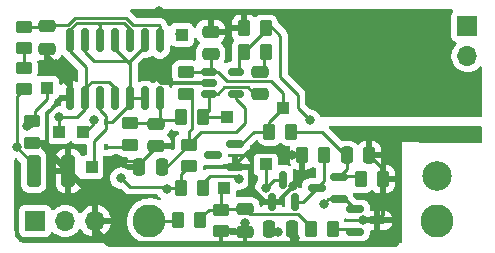
<source format=gbl>
G04 #@! TF.GenerationSoftware,KiCad,Pcbnew,5.99.0-unknown-5a0a2a8366~101~ubuntu20.04.1*
G04 #@! TF.CreationDate,2021-02-21T23:03:29+09:00*
G04 #@! TF.ProjectId,OpenHVPS-5,4f70656e-4856-4505-932d-352e6b696361,V1.1*
G04 #@! TF.SameCoordinates,Original*
G04 #@! TF.FileFunction,Copper,L2,Bot*
G04 #@! TF.FilePolarity,Positive*
%FSLAX46Y46*%
G04 Gerber Fmt 4.6, Leading zero omitted, Abs format (unit mm)*
G04 Created by KiCad (PCBNEW 5.99.0-unknown-5a0a2a8366~101~ubuntu20.04.1) date 2021-02-21 23:03:29*
%MOMM*%
%LPD*%
G01*
G04 APERTURE LIST*
G04 Aperture macros list*
%AMRoundRect*
0 Rectangle with rounded corners*
0 $1 Rounding radius*
0 $2 $3 $4 $5 $6 $7 $8 $9 X,Y pos of 4 corners*
0 Add a 4 corners polygon primitive as box body*
4,1,4,$2,$3,$4,$5,$6,$7,$8,$9,$2,$3,0*
0 Add four circle primitives for the rounded corners*
1,1,$1+$1,$2,$3*
1,1,$1+$1,$4,$5*
1,1,$1+$1,$6,$7*
1,1,$1+$1,$8,$9*
0 Add four rect primitives between the rounded corners*
20,1,$1+$1,$2,$3,$4,$5,0*
20,1,$1+$1,$4,$5,$6,$7,0*
20,1,$1+$1,$6,$7,$8,$9,0*
20,1,$1+$1,$8,$9,$2,$3,0*%
G04 Aperture macros list end*
G04 #@! TA.AperFunction,ComponentPad*
%ADD10R,1.700000X1.700000*%
G04 #@! TD*
G04 #@! TA.AperFunction,ComponentPad*
%ADD11O,1.700000X1.700000*%
G04 #@! TD*
G04 #@! TA.AperFunction,ComponentPad*
%ADD12C,2.500000*%
G04 #@! TD*
G04 #@! TA.AperFunction,ComponentPad*
%ADD13C,2.800000*%
G04 #@! TD*
G04 #@! TA.AperFunction,SMDPad,CuDef*
%ADD14R,1.000000X1.000000*%
G04 #@! TD*
G04 #@! TA.AperFunction,SMDPad,CuDef*
%ADD15RoundRect,0.250000X-0.262500X-0.450000X0.262500X-0.450000X0.262500X0.450000X-0.262500X0.450000X0*%
G04 #@! TD*
G04 #@! TA.AperFunction,SMDPad,CuDef*
%ADD16RoundRect,0.150000X0.587500X0.150000X-0.587500X0.150000X-0.587500X-0.150000X0.587500X-0.150000X0*%
G04 #@! TD*
G04 #@! TA.AperFunction,SMDPad,CuDef*
%ADD17RoundRect,0.250000X0.262500X0.450000X-0.262500X0.450000X-0.262500X-0.450000X0.262500X-0.450000X0*%
G04 #@! TD*
G04 #@! TA.AperFunction,SMDPad,CuDef*
%ADD18RoundRect,0.250000X-0.250000X-0.475000X0.250000X-0.475000X0.250000X0.475000X-0.250000X0.475000X0*%
G04 #@! TD*
G04 #@! TA.AperFunction,SMDPad,CuDef*
%ADD19RoundRect,0.250000X-0.475000X0.250000X-0.475000X-0.250000X0.475000X-0.250000X0.475000X0.250000X0*%
G04 #@! TD*
G04 #@! TA.AperFunction,SMDPad,CuDef*
%ADD20RoundRect,0.250000X0.450000X-0.262500X0.450000X0.262500X-0.450000X0.262500X-0.450000X-0.262500X0*%
G04 #@! TD*
G04 #@! TA.AperFunction,SMDPad,CuDef*
%ADD21RoundRect,0.250000X-0.450000X0.262500X-0.450000X-0.262500X0.450000X-0.262500X0.450000X0.262500X0*%
G04 #@! TD*
G04 #@! TA.AperFunction,SMDPad,CuDef*
%ADD22R,0.450000X0.600000*%
G04 #@! TD*
G04 #@! TA.AperFunction,SMDPad,CuDef*
%ADD23RoundRect,0.150000X-0.512500X-0.150000X0.512500X-0.150000X0.512500X0.150000X-0.512500X0.150000X0*%
G04 #@! TD*
G04 #@! TA.AperFunction,SMDPad,CuDef*
%ADD24RoundRect,0.150000X-0.587500X-0.150000X0.587500X-0.150000X0.587500X0.150000X-0.587500X0.150000X0*%
G04 #@! TD*
G04 #@! TA.AperFunction,SMDPad,CuDef*
%ADD25RoundRect,0.150000X0.150000X-0.587500X0.150000X0.587500X-0.150000X0.587500X-0.150000X-0.587500X0*%
G04 #@! TD*
G04 #@! TA.AperFunction,SMDPad,CuDef*
%ADD26RoundRect,0.150000X0.150000X-0.825000X0.150000X0.825000X-0.150000X0.825000X-0.150000X-0.825000X0*%
G04 #@! TD*
G04 #@! TA.AperFunction,SMDPad,CuDef*
%ADD27RoundRect,0.250000X0.250000X0.475000X-0.250000X0.475000X-0.250000X-0.475000X0.250000X-0.475000X0*%
G04 #@! TD*
G04 #@! TA.AperFunction,SMDPad,CuDef*
%ADD28RoundRect,0.250000X0.475000X-0.250000X0.475000X0.250000X-0.475000X0.250000X-0.475000X-0.250000X0*%
G04 #@! TD*
G04 #@! TA.AperFunction,SMDPad,CuDef*
%ADD29RoundRect,0.250000X-0.325000X-1.100000X0.325000X-1.100000X0.325000X1.100000X-0.325000X1.100000X0*%
G04 #@! TD*
G04 #@! TA.AperFunction,ViaPad*
%ADD30C,0.800000*%
G04 #@! TD*
G04 #@! TA.AperFunction,Conductor*
%ADD31C,0.250000*%
G04 #@! TD*
G04 #@! TA.AperFunction,Conductor*
%ADD32C,0.330200*%
G04 #@! TD*
G04 #@! TA.AperFunction,Conductor*
%ADD33C,0.500000*%
G04 #@! TD*
G04 APERTURE END LIST*
D10*
X165100000Y-59055000D03*
D11*
X165100000Y-61595000D03*
D12*
X162560000Y-71755000D03*
D13*
X162560000Y-75565000D03*
X138176000Y-75565000D03*
D10*
X128500000Y-75565000D03*
D11*
X131040000Y-75565000D03*
X133580000Y-75565000D03*
D14*
X132520000Y-68020000D03*
D15*
X140607500Y-75520000D03*
X142432500Y-75520000D03*
D14*
X149500000Y-66000000D03*
D15*
X140857500Y-72770000D03*
X142682500Y-72770000D03*
D16*
X154207500Y-71820000D03*
X154207500Y-73720000D03*
X152332500Y-72770000D03*
D14*
X140926250Y-59800000D03*
D17*
X148013750Y-61250000D03*
X146188750Y-61250000D03*
D18*
X148320000Y-76270000D03*
X150220000Y-76270000D03*
D19*
X129520000Y-59070000D03*
X129520000Y-60970000D03*
D14*
X133270000Y-71020000D03*
D18*
X154870000Y-70020000D03*
X156770000Y-70020000D03*
D20*
X141520000Y-70932500D03*
X141520000Y-69107500D03*
D21*
X144270000Y-74607500D03*
X144270000Y-76432500D03*
D22*
X134520000Y-67170000D03*
X134520000Y-69270000D03*
D21*
X127520000Y-59107500D03*
X127520000Y-60932500D03*
D23*
X143257500Y-64831250D03*
X143257500Y-63881250D03*
X143257500Y-62931250D03*
X145532500Y-62931250D03*
X145532500Y-64831250D03*
D19*
X146270000Y-74570000D03*
X146270000Y-76470000D03*
D24*
X155582500Y-76470000D03*
X155582500Y-74570000D03*
X157457500Y-75520000D03*
D20*
X141270000Y-64793750D03*
X141270000Y-62968750D03*
D25*
X150470000Y-73957500D03*
X148570000Y-73957500D03*
X149520000Y-72082500D03*
D14*
X129520000Y-64270000D03*
D17*
X148013750Y-59250000D03*
X146188750Y-59250000D03*
D19*
X138770000Y-67320000D03*
X138770000Y-69220000D03*
D15*
X148337500Y-68000000D03*
X150162500Y-68000000D03*
D14*
X144770000Y-66770000D03*
X144520000Y-72770000D03*
X148020000Y-70770000D03*
D26*
X139080000Y-65195000D03*
X137810000Y-65195000D03*
X136540000Y-65195000D03*
X135270000Y-65195000D03*
X134000000Y-65195000D03*
X132730000Y-65195000D03*
X131460000Y-65195000D03*
X131460000Y-60245000D03*
X132730000Y-60245000D03*
X134000000Y-60245000D03*
X135270000Y-60245000D03*
X136540000Y-60245000D03*
X137810000Y-60245000D03*
X139080000Y-60245000D03*
D21*
X128270000Y-67107500D03*
X128270000Y-68932500D03*
D27*
X139220000Y-71020000D03*
X137320000Y-71020000D03*
D28*
X147500000Y-64831250D03*
X147500000Y-62931250D03*
D15*
X140857500Y-66770000D03*
X142682500Y-66770000D03*
D21*
X136520000Y-67307500D03*
X136520000Y-69132500D03*
D15*
X156107500Y-72020000D03*
X157932500Y-72020000D03*
D14*
X130520000Y-68020000D03*
D16*
X145457500Y-69070000D03*
X145457500Y-70970000D03*
X143582500Y-70020000D03*
D17*
X152932500Y-70020000D03*
X151107500Y-70020000D03*
D28*
X143351250Y-61450000D03*
X143351250Y-59550000D03*
D20*
X127520000Y-64432500D03*
X127520000Y-62607500D03*
D29*
X128368000Y-71341500D03*
X131318000Y-71341500D03*
D17*
X153682500Y-76270000D03*
X151857500Y-76270000D03*
D30*
X154500000Y-68000000D03*
X146270000Y-75770000D03*
X150270000Y-70020000D03*
X150520000Y-77020000D03*
X132770000Y-72770000D03*
X138020000Y-62770000D03*
X156270000Y-75520000D03*
X150368200Y-72621800D03*
X135770000Y-70520000D03*
X130270000Y-62270000D03*
X139020000Y-57770000D03*
X133520000Y-67020000D03*
X140750000Y-59750000D03*
X139634500Y-72883000D03*
X135764700Y-71941100D03*
X126920900Y-69342400D03*
X148020000Y-72770000D03*
X130520000Y-66770000D03*
X151770000Y-67020000D03*
X149020000Y-76520000D03*
X145770000Y-72020000D03*
X152919800Y-74131600D03*
X127770000Y-67520000D03*
D31*
X140627500Y-67000000D02*
X140857500Y-66770000D01*
X138770000Y-67320000D02*
X139090000Y-67000000D01*
X138758000Y-67307500D02*
X138770000Y-67320000D01*
X139080000Y-65195000D02*
X139080000Y-67010000D01*
X139080000Y-67010000D02*
X138770000Y-67320000D01*
X139090000Y-67000000D02*
X140627500Y-67000000D01*
X136520000Y-67307500D02*
X138758000Y-67307500D01*
D32*
X149857500Y-69770000D02*
X150107500Y-70020000D01*
X157932000Y-73113700D02*
X157932500Y-73113200D01*
X145457500Y-70970000D02*
X145507500Y-71020000D01*
X139020000Y-57770000D02*
X139250000Y-58000000D01*
X157695000Y-75282500D02*
X157457500Y-75520000D01*
X131460000Y-65195000D02*
X131460000Y-64210000D01*
D33*
X129167500Y-68932500D02*
X129167500Y-69191000D01*
D31*
X131318000Y-70612000D02*
X131318000Y-70568000D01*
X131318000Y-71341500D02*
X131342000Y-71341500D01*
X137520000Y-70520000D02*
X135770000Y-70520000D01*
D32*
X129357500Y-68932500D02*
X129520000Y-68770000D01*
X149032500Y-73957500D02*
X148570000Y-73957500D01*
X157695000Y-75282500D02*
X157458000Y-75520000D01*
X131460000Y-64210000D02*
X130270000Y-63020000D01*
X146270000Y-76470000D02*
X146270000Y-77520000D01*
X133580000Y-75565000D02*
X133580000Y-76330000D01*
X156270000Y-75520000D02*
X157457500Y-75520000D01*
X156770000Y-70020000D02*
X157932000Y-71182500D01*
X150220000Y-76270000D02*
X150220000Y-77470000D01*
X133580000Y-75565000D02*
X133580000Y-74210000D01*
X133580000Y-72710000D02*
X133580000Y-74210000D01*
X146520000Y-69770000D02*
X149857500Y-69770000D01*
X130845000Y-65195000D02*
X129520000Y-66520000D01*
X157458000Y-77332500D02*
X157270000Y-77520000D01*
X144270000Y-76432500D02*
X144270000Y-77520000D01*
D33*
X133580000Y-73603500D02*
X131318000Y-71341500D01*
D32*
X148038300Y-73957500D02*
X148570000Y-73957500D01*
X145457500Y-70832500D02*
X146520000Y-69770000D01*
X157932000Y-73113700D02*
X157932000Y-75045000D01*
D31*
X138770000Y-69220000D02*
X138770000Y-69270000D01*
D32*
X139250000Y-58000000D02*
X163500000Y-58000000D01*
X145457500Y-70970000D02*
X145457500Y-70832500D01*
D33*
X128520000Y-68932500D02*
X129357500Y-68932500D01*
D32*
X145507500Y-71020000D02*
X146677700Y-71020000D01*
X157458000Y-75520000D02*
X157458000Y-77332500D01*
D31*
X138770000Y-69220000D02*
X138570000Y-69220000D01*
D32*
X138520000Y-63270000D02*
X138020000Y-62770000D01*
D33*
X133580000Y-76330000D02*
X134770000Y-77520000D01*
D32*
X130270000Y-63020000D02*
X130270000Y-62270000D01*
D31*
X138770000Y-69270000D02*
X137520000Y-70520000D01*
D32*
X146677700Y-72596900D02*
X148038300Y-73957500D01*
D33*
X129167500Y-69191000D02*
X131318000Y-71341500D01*
X134770000Y-77520000D02*
X159020000Y-77520000D01*
D32*
X129520000Y-61520000D02*
X129520000Y-60970000D01*
X135770000Y-70520000D02*
X133580000Y-72710000D01*
X133580000Y-74210000D02*
X133580000Y-73603500D01*
D31*
X131318000Y-70568000D02*
X131318000Y-70612000D01*
D32*
X146270000Y-75770000D02*
X146270000Y-76470000D01*
D31*
X131318000Y-71341500D02*
X131318000Y-70612000D01*
D32*
X143257500Y-63881250D02*
X139131250Y-63881250D01*
X150368200Y-72621800D02*
X149032500Y-73957500D01*
X157932000Y-75045000D02*
X157695000Y-75282500D01*
X157932500Y-73113200D02*
X157932500Y-72020000D01*
D33*
X131318000Y-72068000D02*
X131318000Y-71341500D01*
D32*
X139131250Y-63881250D02*
X138020000Y-62770000D01*
X129520000Y-66520000D02*
X129520000Y-68770000D01*
X130270000Y-62270000D02*
X129520000Y-61520000D01*
X157932000Y-71182500D02*
X157932000Y-73113700D01*
X131460000Y-65195000D02*
X130845000Y-65195000D01*
X146677700Y-71020000D02*
X146677700Y-72596900D01*
D31*
X151020000Y-69479400D02*
X151020000Y-70569000D01*
X131318000Y-70568000D02*
X131318000Y-70231000D01*
X133520000Y-67270000D02*
X133520000Y-67020000D01*
X132520000Y-68270000D02*
X133520000Y-67270000D01*
X156107500Y-72020000D02*
X155857500Y-71770000D01*
X154870000Y-70020000D02*
X154770000Y-70020000D01*
X152750000Y-68000000D02*
X150162500Y-68000000D01*
X155857500Y-71770000D02*
X154257500Y-71770000D01*
X154870000Y-70020000D02*
X154870000Y-71157500D01*
X154257500Y-71770000D02*
X154207500Y-71820000D01*
X154870000Y-71157500D02*
X154207500Y-71820000D01*
X154770000Y-70020000D02*
X152750000Y-68000000D01*
X154307500Y-71920000D02*
X154207500Y-71820000D01*
X154308000Y-71920000D02*
X154307500Y-71920000D01*
X154308000Y-71920000D02*
X154208000Y-71820000D01*
X156108000Y-72020000D02*
X156107500Y-72020000D01*
X128368000Y-71341500D02*
X128368000Y-70789500D01*
X139634500Y-72668600D02*
X136492200Y-72668600D01*
X139735900Y-72770000D02*
X139634500Y-72668600D01*
X140857500Y-72770000D02*
X140857500Y-71595000D01*
X136492200Y-72668600D02*
X135764700Y-71941100D01*
X127083100Y-69180200D02*
X126920900Y-69342400D01*
X139634500Y-72668600D02*
X139634500Y-72883000D01*
X140379300Y-72770000D02*
X139735900Y-72770000D01*
X128368000Y-70789500D02*
X126920900Y-69342400D01*
X126920900Y-65031600D02*
X127520000Y-64432500D01*
X140695000Y-72770000D02*
X140695000Y-72454300D01*
X126920900Y-69342400D02*
X126920900Y-65031600D01*
X140857500Y-71595000D02*
X141520000Y-70932500D01*
X140695000Y-72454300D02*
X140379300Y-72770000D01*
X148707500Y-72082500D02*
X149520000Y-72082500D01*
X149457500Y-72020000D02*
X149513300Y-72075700D01*
X148020000Y-70770000D02*
X148020000Y-72770000D01*
X148020000Y-72770000D02*
X148707500Y-72082500D01*
X149513300Y-72075700D02*
X149520000Y-72082500D01*
X151738500Y-73363700D02*
X152332000Y-72770000D01*
X150470000Y-73957500D02*
X151145000Y-73957500D01*
X152932500Y-72170000D02*
X152332500Y-72770000D01*
X151738500Y-73363700D02*
X151738800Y-73363700D01*
X152932500Y-70020000D02*
X152932500Y-72170000D01*
X151145000Y-73957500D02*
X151738500Y-73363700D01*
X151738800Y-73363700D02*
X152332500Y-72770000D01*
X131863834Y-58392980D02*
X136176166Y-58392980D01*
X129590000Y-59000000D02*
X131256814Y-59000000D01*
X139080000Y-59080000D02*
X139080000Y-60245000D01*
X136176166Y-58392980D02*
X136783186Y-59000000D01*
X127520000Y-59107500D02*
X129482500Y-59107500D01*
X129482500Y-59107500D02*
X129520000Y-59070000D01*
X129520000Y-59070000D02*
X129590000Y-59000000D01*
X139080000Y-60245000D02*
X139080000Y-61210000D01*
X139080000Y-60245000D02*
X139080000Y-59580000D01*
X131256814Y-59000000D02*
X131863834Y-58392980D01*
X139000000Y-59000000D02*
X139080000Y-59080000D01*
X136783186Y-59000000D02*
X139000000Y-59000000D01*
X132730000Y-60245000D02*
X132730000Y-59760000D01*
X137810000Y-60245000D02*
X137810000Y-60730000D01*
X132730000Y-61230000D02*
X133520000Y-62020000D01*
X134520000Y-67770000D02*
X133520000Y-68770000D01*
X134520000Y-67170000D02*
X134520000Y-66720000D01*
X134520000Y-66720000D02*
X134000000Y-66200000D01*
X136540000Y-65700000D02*
X135020000Y-67220000D01*
X132730000Y-60245000D02*
X132730000Y-61230000D01*
X135270000Y-60245000D02*
X135270000Y-61020000D01*
X137770000Y-60285000D02*
X137810000Y-60245000D01*
X136540000Y-65195000D02*
X137810000Y-65195000D01*
X134020000Y-65175000D02*
X134000000Y-65195000D01*
X133520000Y-70770000D02*
X133270000Y-71020000D01*
X134570000Y-67220000D02*
X134520000Y-67170000D01*
X135270000Y-60980000D02*
X136540000Y-62250000D01*
X137770000Y-60770000D02*
X137770000Y-60285000D01*
X136540000Y-65195000D02*
X136540000Y-62250000D01*
X133520000Y-62020000D02*
X136520000Y-62020000D01*
X136540000Y-65195000D02*
X136540000Y-65700000D01*
X134520000Y-67170000D02*
X134520000Y-67770000D01*
X133520000Y-68770000D02*
X133520000Y-70770000D01*
X136540000Y-62250000D02*
X136540000Y-62000000D01*
X134000000Y-66200000D02*
X134000000Y-65195000D01*
X136540000Y-62000000D02*
X137810000Y-60730000D01*
X135270000Y-60245000D02*
X135270000Y-60980000D01*
X135020000Y-67220000D02*
X134570000Y-67220000D01*
X135270000Y-59470000D02*
X135270000Y-60245000D01*
X148337500Y-67682500D02*
X148337500Y-68000000D01*
X148337500Y-67162500D02*
X149500000Y-66000000D01*
X144763750Y-63750000D02*
X148500000Y-63750000D01*
X148500000Y-63750000D02*
X149500000Y-64750000D01*
X145457500Y-69070000D02*
X145930000Y-69070000D01*
X141270000Y-62968750D02*
X143220000Y-62968750D01*
X143251250Y-62925000D02*
X143257500Y-62931250D01*
X143945000Y-62931250D02*
X144763750Y-63750000D01*
X145930000Y-69070000D02*
X147000000Y-68000000D01*
X143351250Y-62837500D02*
X143257500Y-62931250D01*
X149500000Y-64750000D02*
X149500000Y-66000000D01*
X143257500Y-62931250D02*
X143257500Y-62768750D01*
X148337500Y-68000000D02*
X148337500Y-67162500D01*
X143257500Y-62931250D02*
X143945000Y-62931250D01*
X143220000Y-62968750D02*
X143257500Y-62931250D01*
X147000000Y-68000000D02*
X148337500Y-68000000D01*
X143351250Y-61450000D02*
X143351250Y-62837500D01*
X145720000Y-69070000D02*
X145457500Y-69070000D01*
X132020000Y-58770000D02*
X133770000Y-58770000D01*
X132020000Y-66770000D02*
X132730000Y-66060000D01*
X131460000Y-60245000D02*
X131460000Y-61210000D01*
X135270000Y-64270000D02*
X135270000Y-65195000D01*
X133770000Y-58770000D02*
X134000000Y-59000000D01*
X132730000Y-64310000D02*
X133270000Y-63770000D01*
X132770000Y-65155000D02*
X132730000Y-65195000D01*
X133770000Y-58770000D02*
X136020000Y-58770000D01*
X132730000Y-66060000D02*
X132730000Y-65195000D01*
X130520000Y-66770000D02*
X132020000Y-66770000D01*
X131460000Y-61210000D02*
X132770000Y-62520000D01*
X130520000Y-66770000D02*
X130520000Y-68270000D01*
X134770000Y-63770000D02*
X135270000Y-64270000D01*
X131460000Y-60245000D02*
X131460000Y-59330000D01*
X133270000Y-63770000D02*
X134770000Y-63770000D01*
X132770000Y-62520000D02*
X132770000Y-65155000D01*
X132730000Y-65195000D02*
X132730000Y-64310000D01*
X136020000Y-58770000D02*
X136540000Y-59290000D01*
X134000000Y-59000000D02*
X134000000Y-60245000D01*
X136540000Y-59290000D02*
X136540000Y-60245000D01*
X131460000Y-59330000D02*
X132020000Y-58770000D01*
X136382000Y-69270000D02*
X136520000Y-69132500D01*
X134520000Y-69270000D02*
X136382000Y-69270000D01*
X142432000Y-75357500D02*
X143182000Y-74607500D01*
X150770000Y-75020000D02*
X146720000Y-75020000D01*
X151857500Y-76107500D02*
X150770000Y-75020000D01*
X142432500Y-75520000D02*
X142432000Y-75520000D01*
X144270000Y-74607500D02*
X144270000Y-73020000D01*
X151857500Y-76270000D02*
X151857500Y-76107500D01*
X143182000Y-74607500D02*
X144270000Y-74607500D01*
X144308000Y-74570000D02*
X144270000Y-74607500D01*
X146270000Y-74570000D02*
X144308000Y-74570000D01*
X146720000Y-75020000D02*
X146270000Y-74570000D01*
X144270000Y-73020000D02*
X144520000Y-72770000D01*
X142432000Y-75520000D02*
X142432000Y-75357500D01*
X127520000Y-60932500D02*
X127520000Y-62607500D01*
X140585000Y-75542500D02*
X140607500Y-75520000D01*
X140562000Y-75565000D02*
X140585000Y-75542500D01*
X138176000Y-75565000D02*
X140562000Y-75565000D01*
X140585000Y-75542500D02*
X140608000Y-75520000D01*
X147895000Y-62931250D02*
X147895000Y-61368750D01*
X147895000Y-61368750D02*
X148013750Y-61250000D01*
X151770000Y-67020000D02*
X150750000Y-66000000D01*
X150750000Y-66000000D02*
X150750000Y-64875000D01*
X151770000Y-67020000D02*
X151520000Y-67020000D01*
X149250000Y-63375000D02*
X149250000Y-59875000D01*
X145532500Y-62931250D02*
X145770000Y-62693750D01*
X150750000Y-64875000D02*
X149250000Y-63375000D01*
X146188750Y-61250000D02*
X148013750Y-59425000D01*
X148013750Y-59425000D02*
X148013750Y-59000000D01*
X148013750Y-59425000D02*
X148013750Y-59250000D01*
X145770000Y-62693750D02*
X145770000Y-61668750D01*
X145770000Y-61668750D02*
X146188750Y-61250000D01*
X149250000Y-59875000D02*
X148013750Y-58638750D01*
X143257500Y-64831250D02*
X143257500Y-66195000D01*
X147845000Y-64881250D02*
X147895000Y-64831250D01*
X143257500Y-66195000D02*
X142682500Y-66770000D01*
X144526250Y-64250000D02*
X146513750Y-64250000D01*
X146513750Y-64250000D02*
X147145000Y-64881250D01*
X143945000Y-64831250D02*
X144526250Y-64250000D01*
X142682500Y-66770000D02*
X144270000Y-66770000D01*
X143351250Y-64925000D02*
X143257500Y-64831250D01*
X143257500Y-64831250D02*
X143945000Y-64831250D01*
X147145000Y-64881250D02*
X147845000Y-64881250D01*
X149020000Y-76520000D02*
X148570000Y-76520000D01*
X142520500Y-72770500D02*
X142520000Y-72770000D01*
X142520500Y-72770500D02*
X142520500Y-72770000D01*
X142682500Y-72357500D02*
X143270000Y-71770000D01*
X142682500Y-72770000D02*
X142682500Y-72357500D01*
X143270000Y-71770000D02*
X145520000Y-71770000D01*
X148570000Y-76520000D02*
X148320000Y-76270000D01*
X145520000Y-71770000D02*
X145770000Y-72020000D01*
X148270000Y-76270000D02*
X148320000Y-76270000D01*
X154207500Y-73720000D02*
X153331400Y-73720000D01*
X155157500Y-74145000D02*
X155582500Y-74570000D01*
X154208000Y-73720000D02*
X154207500Y-73720000D01*
X154208000Y-73720000D02*
X154732000Y-73720000D01*
X155157000Y-74145000D02*
X155157500Y-74145000D01*
X154732000Y-73720000D02*
X155157000Y-74145000D01*
X155157000Y-74145000D02*
X155582000Y-74570000D01*
X153331400Y-73720000D02*
X152919800Y-74131600D01*
X153682500Y-76270000D02*
X155382500Y-76270000D01*
X155382500Y-76270000D02*
X155582500Y-76470000D01*
X155582500Y-76395100D02*
X155582500Y-76470000D01*
X141520000Y-69107500D02*
X141770000Y-68857500D01*
X146250000Y-66000000D02*
X146250000Y-67290000D01*
X141750000Y-67750000D02*
X141750000Y-65273750D01*
X139220000Y-71020000D02*
X139607500Y-71020000D01*
X141520000Y-69020000D02*
X141520000Y-69107500D01*
X146250000Y-67290000D02*
X146020000Y-67520000D01*
X141750000Y-65273750D02*
X141270000Y-64793750D01*
X145445000Y-64918750D02*
X145532500Y-64831250D01*
X145520000Y-68020000D02*
X142520000Y-68020000D01*
X141520000Y-69107500D02*
X141520000Y-67980000D01*
X139607500Y-71020000D02*
X141520000Y-69107500D01*
X142520000Y-68020000D02*
X141520000Y-69020000D01*
X145532500Y-65282500D02*
X146250000Y-66000000D01*
X141520000Y-67980000D02*
X141750000Y-67750000D01*
X145532500Y-64831250D02*
X145520000Y-64831250D01*
X145532500Y-64831250D02*
X145532500Y-65282500D01*
X146250000Y-67290000D02*
X145520000Y-68020000D01*
X128107500Y-67520000D02*
X128520000Y-67107500D01*
X129520000Y-65270000D02*
X128520000Y-66270000D01*
X129520000Y-65270000D02*
X129520000Y-64270000D01*
X127770000Y-67520000D02*
X128107500Y-67520000D01*
X128520000Y-66270000D02*
X128520000Y-67107500D01*
G04 #@! TA.AperFunction,Conductor*
G36*
X129516995Y-68698502D02*
G01*
X129554872Y-68736379D01*
X129627051Y-68848691D01*
X129627053Y-68848694D01*
X129631923Y-68856271D01*
X129638733Y-68862172D01*
X129735569Y-68946082D01*
X129735572Y-68946084D01*
X129742381Y-68951984D01*
X129750579Y-68955728D01*
X129773072Y-68966000D01*
X129875330Y-69012700D01*
X129884245Y-69013982D01*
X129884246Y-69013982D01*
X130015552Y-69032861D01*
X130015559Y-69032862D01*
X130020000Y-69033500D01*
X131020000Y-69033500D01*
X131093079Y-69028273D01*
X131171165Y-69005345D01*
X131224670Y-68989635D01*
X131224672Y-68989634D01*
X131233316Y-68987096D01*
X131308033Y-68939078D01*
X131348691Y-68912949D01*
X131348694Y-68912947D01*
X131356271Y-68908077D01*
X131374264Y-68887313D01*
X131423432Y-68830570D01*
X131483158Y-68792186D01*
X131554154Y-68792186D01*
X131613880Y-68830570D01*
X131624652Y-68844958D01*
X131626930Y-68848502D01*
X131631923Y-68856271D01*
X131638733Y-68862172D01*
X131735569Y-68946082D01*
X131735572Y-68946084D01*
X131742381Y-68951984D01*
X131750579Y-68955728D01*
X131773072Y-68966000D01*
X131875330Y-69012700D01*
X131884245Y-69013982D01*
X131884246Y-69013982D01*
X132015552Y-69032861D01*
X132015559Y-69032862D01*
X132020000Y-69033500D01*
X132760500Y-69033500D01*
X132828621Y-69053502D01*
X132875114Y-69107158D01*
X132886500Y-69159500D01*
X132886500Y-69880858D01*
X132866498Y-69948979D01*
X132812842Y-69995472D01*
X132769490Y-70006536D01*
X132696921Y-70011727D01*
X132627111Y-70032225D01*
X132565330Y-70050365D01*
X132565328Y-70050366D01*
X132556684Y-70052904D01*
X132549106Y-70057774D01*
X132549104Y-70057775D01*
X132546794Y-70059260D01*
X132544157Y-70060034D01*
X132540904Y-70061520D01*
X132540690Y-70061052D01*
X132478674Y-70079265D01*
X132410552Y-70059265D01*
X132364057Y-70005611D01*
X132360230Y-69996256D01*
X132327737Y-69906739D01*
X132321227Y-69893740D01*
X132232359Y-69758194D01*
X132223035Y-69747042D01*
X132105371Y-69635578D01*
X132093724Y-69626865D01*
X131953571Y-69545457D01*
X131940246Y-69539663D01*
X131784300Y-69492432D01*
X131771677Y-69489984D01*
X131701816Y-69483749D01*
X131696221Y-69483500D01*
X131590115Y-69483500D01*
X131574876Y-69487975D01*
X131573671Y-69489365D01*
X131572000Y-69497048D01*
X131572000Y-73181385D01*
X131576475Y-73196624D01*
X131577865Y-73197829D01*
X131585548Y-73199500D01*
X131682223Y-73199500D01*
X131689524Y-73199076D01*
X131811255Y-73184883D01*
X131825410Y-73181537D01*
X131977761Y-73126237D01*
X131990760Y-73119727D01*
X132126306Y-73030859D01*
X132137458Y-73021535D01*
X132248922Y-72903871D01*
X132257635Y-72892224D01*
X132339043Y-72752071D01*
X132344837Y-72738746D01*
X132392068Y-72582800D01*
X132394516Y-72570177D01*
X132400751Y-72500316D01*
X132401000Y-72494721D01*
X132401000Y-72106312D01*
X132421002Y-72038191D01*
X132474658Y-71991698D01*
X132544932Y-71981594D01*
X132579343Y-71991698D01*
X132625330Y-72012700D01*
X132634245Y-72013982D01*
X132634246Y-72013982D01*
X132765552Y-72032861D01*
X132765559Y-72032862D01*
X132770000Y-72033500D01*
X133770000Y-72033500D01*
X133843079Y-72028273D01*
X133921165Y-72005345D01*
X133974670Y-71989635D01*
X133974672Y-71989634D01*
X133983316Y-71987096D01*
X134040861Y-71950114D01*
X134098691Y-71912949D01*
X134098694Y-71912947D01*
X134106271Y-71908077D01*
X134112172Y-71901267D01*
X134196082Y-71804431D01*
X134196084Y-71804428D01*
X134201984Y-71797619D01*
X134218468Y-71761525D01*
X134258958Y-71672864D01*
X134258958Y-71672863D01*
X134262700Y-71664670D01*
X134265855Y-71642726D01*
X134282861Y-71524448D01*
X134282862Y-71524441D01*
X134283500Y-71520000D01*
X134283500Y-70520000D01*
X134278273Y-70446921D01*
X134237096Y-70306684D01*
X134218419Y-70277622D01*
X134198416Y-70209501D01*
X134218417Y-70141380D01*
X134272073Y-70094887D01*
X134324416Y-70083500D01*
X134745000Y-70083500D01*
X134818079Y-70078273D01*
X134917417Y-70049105D01*
X134949670Y-70039635D01*
X134949672Y-70039634D01*
X134958316Y-70037096D01*
X135023084Y-69995472D01*
X135073691Y-69962949D01*
X135073694Y-69962947D01*
X135081271Y-69958077D01*
X135089155Y-69948979D01*
X135090883Y-69946985D01*
X135150610Y-69908603D01*
X135186105Y-69903500D01*
X135453860Y-69903500D01*
X135521981Y-69923502D01*
X135540511Y-69938026D01*
X135612645Y-70006358D01*
X135765555Y-70095175D01*
X135934796Y-70146433D01*
X135941236Y-70147008D01*
X135941237Y-70147008D01*
X136011185Y-70153251D01*
X136011191Y-70153251D01*
X136013978Y-70153500D01*
X136226895Y-70153500D01*
X136295016Y-70173502D01*
X136341509Y-70227158D01*
X136351613Y-70297432D01*
X136347486Y-70316022D01*
X136320933Y-70403697D01*
X136318484Y-70416323D01*
X136312249Y-70486184D01*
X136312000Y-70491779D01*
X136312000Y-70747885D01*
X136316475Y-70763124D01*
X136317865Y-70764329D01*
X136325548Y-70766000D01*
X137448000Y-70766000D01*
X137516121Y-70786002D01*
X137562614Y-70839658D01*
X137574000Y-70892000D01*
X137574000Y-71148000D01*
X137553998Y-71216121D01*
X137500342Y-71262614D01*
X137448000Y-71274000D01*
X136433081Y-71274000D01*
X136359020Y-71249936D01*
X136226792Y-71153867D01*
X136226791Y-71153866D01*
X136221450Y-71149986D01*
X136215422Y-71147302D01*
X136215420Y-71147301D01*
X136053018Y-71074995D01*
X136053017Y-71074995D01*
X136046987Y-71072310D01*
X135942193Y-71050035D01*
X135866644Y-71033976D01*
X135866639Y-71033976D01*
X135860187Y-71032604D01*
X135669213Y-71032604D01*
X135662761Y-71033976D01*
X135662756Y-71033976D01*
X135587207Y-71050035D01*
X135482413Y-71072310D01*
X135476383Y-71074995D01*
X135476382Y-71074995D01*
X135313980Y-71147301D01*
X135313978Y-71147302D01*
X135307950Y-71149986D01*
X135302609Y-71153866D01*
X135302608Y-71153867D01*
X135158793Y-71258354D01*
X135158791Y-71258356D01*
X135153449Y-71262237D01*
X135149028Y-71267147D01*
X135149027Y-71267148D01*
X135099075Y-71322626D01*
X135025663Y-71404158D01*
X134930176Y-71569546D01*
X134928134Y-71575831D01*
X134876689Y-71734164D01*
X134871162Y-71751173D01*
X134851200Y-71941100D01*
X134851890Y-71947665D01*
X134869567Y-72115847D01*
X134871162Y-72131027D01*
X134873202Y-72137305D01*
X134873202Y-72137306D01*
X134894665Y-72203363D01*
X134930176Y-72312654D01*
X135025663Y-72478042D01*
X135030081Y-72482949D01*
X135030082Y-72482950D01*
X135108699Y-72570263D01*
X135153449Y-72619963D01*
X135158791Y-72623844D01*
X135158793Y-72623846D01*
X135279439Y-72711500D01*
X135307950Y-72732214D01*
X135313978Y-72734898D01*
X135313980Y-72734899D01*
X135436077Y-72789260D01*
X135482413Y-72809890D01*
X135575813Y-72829743D01*
X135662756Y-72848224D01*
X135662761Y-72848224D01*
X135669213Y-72849596D01*
X135725101Y-72849596D01*
X135793222Y-72869598D01*
X135814196Y-72886501D01*
X135988818Y-73061123D01*
X135996169Y-73069201D01*
X136000227Y-73075595D01*
X136006006Y-73081022D01*
X136006007Y-73081023D01*
X136049062Y-73121454D01*
X136051892Y-73124197D01*
X136072233Y-73144538D01*
X136075653Y-73147190D01*
X136084676Y-73154897D01*
X136116899Y-73185157D01*
X136123843Y-73188974D01*
X136123848Y-73188978D01*
X136134650Y-73194916D01*
X136151177Y-73205772D01*
X136167177Y-73218183D01*
X136174448Y-73221330D01*
X136174449Y-73221330D01*
X136207751Y-73235741D01*
X136218407Y-73240962D01*
X136257152Y-73262262D01*
X136264835Y-73264234D01*
X136264836Y-73264235D01*
X136276768Y-73267299D01*
X136295472Y-73273703D01*
X136306785Y-73278599D01*
X136306792Y-73278601D01*
X136314064Y-73281748D01*
X136321888Y-73282987D01*
X136321891Y-73282988D01*
X136357735Y-73288665D01*
X136369356Y-73291072D01*
X136406418Y-73300587D01*
X136412175Y-73302065D01*
X136412731Y-73302100D01*
X136432652Y-73302100D01*
X136452362Y-73303651D01*
X136464314Y-73305544D01*
X136464315Y-73305544D01*
X136472144Y-73306784D01*
X136480036Y-73306038D01*
X136515782Y-73302659D01*
X136527640Y-73302100D01*
X138754681Y-73302100D01*
X138822802Y-73322102D01*
X138863800Y-73365100D01*
X138895463Y-73419942D01*
X138899881Y-73424849D01*
X138899882Y-73424850D01*
X139008602Y-73545596D01*
X139023249Y-73561863D01*
X139028591Y-73565744D01*
X139028593Y-73565746D01*
X139070591Y-73596259D01*
X139113945Y-73652481D01*
X139120020Y-73723217D01*
X139086889Y-73786009D01*
X139025069Y-73820921D01*
X138954188Y-73816867D01*
X138946108Y-73813665D01*
X138942068Y-73811540D01*
X138680921Y-73719319D01*
X138409197Y-73665763D01*
X138404640Y-73665536D01*
X138404639Y-73665536D01*
X138137157Y-73652220D01*
X138137151Y-73652220D01*
X138132588Y-73651993D01*
X137856888Y-73678297D01*
X137852454Y-73679382D01*
X137852448Y-73679383D01*
X137624694Y-73735114D01*
X137587873Y-73744124D01*
X137583647Y-73745836D01*
X137583643Y-73745837D01*
X137335412Y-73846381D01*
X137335407Y-73846384D01*
X137331179Y-73848096D01*
X137327244Y-73850400D01*
X137327238Y-73850403D01*
X137096889Y-73985279D01*
X137092182Y-73988035D01*
X136875889Y-74161008D01*
X136686832Y-74363393D01*
X136633339Y-74440502D01*
X136531573Y-74587196D01*
X136531570Y-74587201D01*
X136528970Y-74590949D01*
X136526938Y-74595034D01*
X136526936Y-74595037D01*
X136510370Y-74628337D01*
X136405611Y-74838911D01*
X136404190Y-74843245D01*
X136404189Y-74843248D01*
X136327569Y-75076978D01*
X136319339Y-75102082D01*
X136318559Y-75106573D01*
X136318559Y-75106574D01*
X136317687Y-75111596D01*
X136271961Y-75374952D01*
X136271838Y-75379510D01*
X136264975Y-75633148D01*
X136264470Y-75651802D01*
X136265005Y-75656320D01*
X136265005Y-75656326D01*
X136291722Y-75882055D01*
X136297022Y-75926834D01*
X136298206Y-75931236D01*
X136298207Y-75931243D01*
X136316791Y-76000356D01*
X136368936Y-76194286D01*
X136478705Y-76448556D01*
X136624029Y-76684317D01*
X136801865Y-76896629D01*
X137008487Y-77081046D01*
X137086886Y-77132839D01*
X137225272Y-77224261D01*
X137237852Y-77232572D01*
X137237853Y-77232573D01*
X137239567Y-77233705D01*
X137239322Y-77234076D01*
X137287019Y-77282889D01*
X137301308Y-77352433D01*
X137275730Y-77418662D01*
X137218406Y-77460549D01*
X137175768Y-77467992D01*
X132319846Y-77469025D01*
X127820524Y-77469982D01*
X127798876Y-77468112D01*
X127785461Y-77465774D01*
X127780594Y-77465686D01*
X127683864Y-77463937D01*
X127676255Y-77463569D01*
X127658659Y-77462184D01*
X127648836Y-77461022D01*
X127548779Y-77445175D01*
X127519028Y-77440463D01*
X127509320Y-77438531D01*
X127505660Y-77437652D01*
X127496148Y-77434969D01*
X127371155Y-77394356D01*
X127361886Y-77390937D01*
X127361757Y-77390884D01*
X127358426Y-77389504D01*
X127349436Y-77385360D01*
X127232321Y-77325686D01*
X127223681Y-77320847D01*
X127220493Y-77318893D01*
X127212277Y-77313403D01*
X127142427Y-77262655D01*
X127105936Y-77236142D01*
X127098181Y-77230028D01*
X127095309Y-77227575D01*
X127088055Y-77220869D01*
X126995127Y-77127940D01*
X126988412Y-77120676D01*
X126985971Y-77117818D01*
X126979846Y-77110048D01*
X126970775Y-77097562D01*
X126936307Y-77050122D01*
X126902599Y-77003726D01*
X126897105Y-76995504D01*
X126895150Y-76992314D01*
X126890313Y-76983678D01*
X126830641Y-76866566D01*
X126826494Y-76857569D01*
X126825060Y-76854106D01*
X126821641Y-76844837D01*
X126781030Y-76719852D01*
X126778350Y-76710353D01*
X126777466Y-76706669D01*
X126775539Y-76696985D01*
X126757891Y-76585556D01*
X126754977Y-76567156D01*
X126753814Y-76557332D01*
X126752431Y-76539758D01*
X126752064Y-76532152D01*
X126750366Y-76438299D01*
X126750285Y-76433816D01*
X126749241Y-76427355D01*
X126747616Y-76417312D01*
X126746000Y-76397197D01*
X126746000Y-74715000D01*
X127136500Y-74715000D01*
X127136500Y-76415000D01*
X127141727Y-76488079D01*
X127145191Y-76499875D01*
X127179338Y-76616170D01*
X127182904Y-76628316D01*
X127199107Y-76653528D01*
X127257051Y-76743691D01*
X127257053Y-76743694D01*
X127261923Y-76751271D01*
X127268733Y-76757172D01*
X127365569Y-76841082D01*
X127365572Y-76841084D01*
X127372381Y-76846984D01*
X127380579Y-76850728D01*
X127492998Y-76902068D01*
X127505330Y-76907700D01*
X127514245Y-76908982D01*
X127514246Y-76908982D01*
X127645552Y-76927861D01*
X127645559Y-76927862D01*
X127650000Y-76928500D01*
X129350000Y-76928500D01*
X129423079Y-76923273D01*
X129517179Y-76895643D01*
X129554670Y-76884635D01*
X129554672Y-76884634D01*
X129563316Y-76882096D01*
X129630446Y-76838954D01*
X129678691Y-76807949D01*
X129678694Y-76807947D01*
X129686271Y-76803077D01*
X129711086Y-76774439D01*
X129776082Y-76699431D01*
X129776084Y-76699428D01*
X129781984Y-76692619D01*
X129842700Y-76559670D01*
X129843320Y-76555360D01*
X129880432Y-76497610D01*
X129945012Y-76468117D01*
X130015286Y-76478220D01*
X130047335Y-76499270D01*
X130215629Y-76651069D01*
X130220142Y-76653928D01*
X130220144Y-76653929D01*
X130272123Y-76686852D01*
X130410406Y-76774439D01*
X130623184Y-76863228D01*
X130628387Y-76864425D01*
X130628392Y-76864426D01*
X130842678Y-76913701D01*
X130842683Y-76913702D01*
X130847881Y-76914897D01*
X130853209Y-76915200D01*
X130853212Y-76915200D01*
X131003877Y-76923755D01*
X131078071Y-76927968D01*
X131083378Y-76927368D01*
X131083380Y-76927368D01*
X131204272Y-76913701D01*
X131307173Y-76902068D01*
X131312288Y-76900587D01*
X131312292Y-76900586D01*
X131437161Y-76864426D01*
X131528635Y-76837937D01*
X131736125Y-76737409D01*
X131740463Y-76734309D01*
X131740468Y-76734306D01*
X131919370Y-76606459D01*
X131923711Y-76603357D01*
X132086030Y-76439617D01*
X132164679Y-76327503D01*
X132207953Y-76265816D01*
X132263449Y-76221536D01*
X132334075Y-76214289D01*
X132397407Y-76246375D01*
X132421781Y-76277958D01*
X132439550Y-76310617D01*
X132445402Y-76319491D01*
X132581486Y-76492113D01*
X132588750Y-76499875D01*
X132751967Y-76647094D01*
X132760444Y-76653528D01*
X132946122Y-76771136D01*
X132955567Y-76776053D01*
X133158406Y-76860694D01*
X133168545Y-76863950D01*
X133308345Y-76896096D01*
X133322422Y-76895257D01*
X133326000Y-76885999D01*
X133326000Y-75832548D01*
X133834000Y-75832548D01*
X133834000Y-76884941D01*
X133838151Y-76899079D01*
X133848798Y-76900774D01*
X133852192Y-76900096D01*
X134063333Y-76838954D01*
X134073259Y-76835143D01*
X134271065Y-76739307D01*
X134280212Y-76733876D01*
X134459041Y-76606083D01*
X134467149Y-76599182D01*
X134621893Y-76443082D01*
X134628706Y-76434933D01*
X134754940Y-76254988D01*
X134760295Y-76245787D01*
X134854399Y-76047156D01*
X134858123Y-76037197D01*
X134915968Y-75830718D01*
X134914430Y-75822351D01*
X134902137Y-75819000D01*
X133852115Y-75819000D01*
X133836876Y-75823475D01*
X133835671Y-75824865D01*
X133834000Y-75832548D01*
X133326000Y-75832548D01*
X133326000Y-74248717D01*
X133325328Y-74246430D01*
X133834000Y-74246430D01*
X133834000Y-75292885D01*
X133838475Y-75308124D01*
X133839865Y-75309329D01*
X133847548Y-75311000D01*
X134899079Y-75311000D01*
X134912610Y-75307027D01*
X134913876Y-75298218D01*
X134866954Y-75117433D01*
X134863419Y-75107395D01*
X134773147Y-74906998D01*
X134767967Y-74897692D01*
X134645218Y-74715366D01*
X134638557Y-74707080D01*
X134486830Y-74548030D01*
X134478873Y-74540990D01*
X134302523Y-74409782D01*
X134293486Y-74404178D01*
X134097550Y-74304559D01*
X134087699Y-74300559D01*
X133877778Y-74235378D01*
X133867396Y-74233095D01*
X133851959Y-74231049D01*
X133837792Y-74233246D01*
X133834000Y-74246430D01*
X133325328Y-74246430D01*
X133322027Y-74235186D01*
X133311420Y-74233661D01*
X133193554Y-74258391D01*
X133183358Y-74261451D01*
X132978932Y-74342182D01*
X132969396Y-74346916D01*
X132781486Y-74460942D01*
X132772896Y-74467206D01*
X132606884Y-74611264D01*
X132599464Y-74618895D01*
X132460100Y-74788860D01*
X132454079Y-74797622D01*
X132420427Y-74856739D01*
X132369344Y-74906045D01*
X132299714Y-74919906D01*
X132233643Y-74893922D01*
X132206405Y-74864773D01*
X132150013Y-74781011D01*
X132102627Y-74710626D01*
X132067485Y-74673787D01*
X131999154Y-74602158D01*
X131943482Y-74543799D01*
X131922920Y-74528500D01*
X131762786Y-74409357D01*
X131762787Y-74409357D01*
X131758504Y-74406171D01*
X131753753Y-74403755D01*
X131753749Y-74403753D01*
X131557740Y-74304097D01*
X131557739Y-74304097D01*
X131552982Y-74301678D01*
X131427965Y-74262859D01*
X131337895Y-74234891D01*
X131337889Y-74234890D01*
X131332792Y-74233307D01*
X131212509Y-74217365D01*
X131109515Y-74203714D01*
X131109510Y-74203714D01*
X131104230Y-74203014D01*
X131098900Y-74203214D01*
X131098899Y-74203214D01*
X131005320Y-74206727D01*
X130873831Y-74211663D01*
X130846656Y-74217365D01*
X130653411Y-74257912D01*
X130653408Y-74257913D01*
X130648184Y-74259009D01*
X130433740Y-74343697D01*
X130236631Y-74463306D01*
X130232601Y-74466803D01*
X130072177Y-74606011D01*
X130062492Y-74614415D01*
X130057339Y-74620700D01*
X130056364Y-74621365D01*
X130055390Y-74622366D01*
X130055186Y-74622168D01*
X129998681Y-74660695D01*
X129927710Y-74662628D01*
X129866961Y-74625885D01*
X129839008Y-74576309D01*
X129824852Y-74528100D01*
X129817096Y-74501684D01*
X129781039Y-74445579D01*
X129742949Y-74386309D01*
X129742947Y-74386306D01*
X129738077Y-74378729D01*
X129727801Y-74369825D01*
X129634431Y-74288918D01*
X129634428Y-74288916D01*
X129627619Y-74283016D01*
X129619421Y-74279272D01*
X129502864Y-74226042D01*
X129502863Y-74226042D01*
X129494670Y-74222300D01*
X129485755Y-74221018D01*
X129485754Y-74221018D01*
X129354448Y-74202139D01*
X129354441Y-74202138D01*
X129350000Y-74201500D01*
X127650000Y-74201500D01*
X127576921Y-74206727D01*
X127523884Y-74222300D01*
X127445330Y-74245365D01*
X127445328Y-74245366D01*
X127436684Y-74247904D01*
X127416350Y-74260972D01*
X127321309Y-74322051D01*
X127321306Y-74322053D01*
X127313729Y-74326923D01*
X127307828Y-74333733D01*
X127223918Y-74430569D01*
X127223916Y-74430572D01*
X127218016Y-74437381D01*
X127214272Y-74445579D01*
X127161881Y-74560300D01*
X127157300Y-74570330D01*
X127156018Y-74579245D01*
X127156018Y-74579246D01*
X127137139Y-74710552D01*
X127137138Y-74710559D01*
X127136500Y-74715000D01*
X126746000Y-74715000D01*
X126746000Y-70376896D01*
X126766002Y-70308775D01*
X126819658Y-70262282D01*
X126872000Y-70250896D01*
X126881301Y-70250896D01*
X126949422Y-70270898D01*
X126970397Y-70287801D01*
X127247596Y-70565001D01*
X127281621Y-70627313D01*
X127284500Y-70654096D01*
X127284500Y-72484386D01*
X127293891Y-72564935D01*
X127299117Y-72609755D01*
X127299978Y-72617143D01*
X127302474Y-72624021D01*
X127302475Y-72624023D01*
X127344187Y-72738937D01*
X127360313Y-72783364D01*
X127416850Y-72869598D01*
X127439321Y-72903871D01*
X127457269Y-72931247D01*
X127585645Y-73052858D01*
X127738555Y-73141675D01*
X127870169Y-73181537D01*
X127894738Y-73188978D01*
X127907796Y-73192933D01*
X127914236Y-73193508D01*
X127914237Y-73193508D01*
X127984185Y-73199751D01*
X127984191Y-73199751D01*
X127986978Y-73200000D01*
X128735886Y-73200000D01*
X128831106Y-73188898D01*
X128861371Y-73185370D01*
X128861372Y-73185370D01*
X128868643Y-73184522D01*
X128875521Y-73182026D01*
X128875523Y-73182025D01*
X129027985Y-73126684D01*
X129034864Y-73124187D01*
X129151337Y-73047824D01*
X129176628Y-73031243D01*
X129176629Y-73031242D01*
X129182747Y-73027231D01*
X129304358Y-72898855D01*
X129393175Y-72745945D01*
X129444433Y-72576704D01*
X129445016Y-72570177D01*
X129451251Y-72500315D01*
X129451251Y-72500309D01*
X129451500Y-72497522D01*
X129451500Y-71609048D01*
X130235000Y-71609048D01*
X130235000Y-72480723D01*
X130235424Y-72488024D01*
X130249617Y-72609755D01*
X130252963Y-72623910D01*
X130308263Y-72776261D01*
X130314773Y-72789260D01*
X130403641Y-72924806D01*
X130412965Y-72935958D01*
X130530629Y-73047422D01*
X130542276Y-73056135D01*
X130682429Y-73137543D01*
X130695754Y-73143337D01*
X130851700Y-73190568D01*
X130864323Y-73193016D01*
X130934184Y-73199251D01*
X130939779Y-73199500D01*
X131045885Y-73199500D01*
X131061124Y-73195025D01*
X131062329Y-73193635D01*
X131064000Y-73185952D01*
X131064000Y-71613615D01*
X131059525Y-71598376D01*
X131058135Y-71597171D01*
X131050452Y-71595500D01*
X130253115Y-71595500D01*
X130237876Y-71599975D01*
X130236671Y-71601365D01*
X130235000Y-71609048D01*
X129451500Y-71609048D01*
X129451500Y-70198614D01*
X129450295Y-70188279D01*
X130235000Y-70188279D01*
X130235000Y-71069385D01*
X130239475Y-71084624D01*
X130240865Y-71085829D01*
X130248548Y-71087500D01*
X131045885Y-71087500D01*
X131061124Y-71083025D01*
X131062329Y-71081635D01*
X131064000Y-71073952D01*
X131064000Y-69501615D01*
X131059525Y-69486376D01*
X131058135Y-69485171D01*
X131050452Y-69483500D01*
X130953777Y-69483500D01*
X130946476Y-69483924D01*
X130824745Y-69498117D01*
X130810590Y-69501463D01*
X130658239Y-69556763D01*
X130645240Y-69563273D01*
X130509694Y-69652141D01*
X130498542Y-69661465D01*
X130387078Y-69779129D01*
X130378365Y-69790776D01*
X130296957Y-69930929D01*
X130291163Y-69944254D01*
X130243932Y-70100200D01*
X130241484Y-70112823D01*
X130235249Y-70182684D01*
X130235000Y-70188279D01*
X129450295Y-70188279D01*
X129439407Y-70094887D01*
X129436870Y-70073129D01*
X129436870Y-70073128D01*
X129436022Y-70065857D01*
X129433089Y-70057775D01*
X129378184Y-69906515D01*
X129375687Y-69899636D01*
X129316121Y-69808782D01*
X129295498Y-69740848D01*
X129314878Y-69672547D01*
X129321902Y-69663502D01*
X129321539Y-69663230D01*
X129334635Y-69645724D01*
X129416043Y-69505571D01*
X129421837Y-69492246D01*
X129469068Y-69336300D01*
X129471516Y-69323677D01*
X129477751Y-69253816D01*
X129478000Y-69248221D01*
X129478000Y-69204615D01*
X129473525Y-69189376D01*
X129472135Y-69188171D01*
X129464452Y-69186500D01*
X128142000Y-69186500D01*
X128073879Y-69166498D01*
X128027386Y-69112842D01*
X128016000Y-69060500D01*
X128016000Y-68804500D01*
X128036002Y-68736379D01*
X128089658Y-68689886D01*
X128142000Y-68678500D01*
X129448874Y-68678500D01*
X129516995Y-68698502D01*
G37*
G04 #@! TD.AperFunction*
G04 #@! TA.AperFunction,Conductor*
G36*
X166281121Y-67540002D02*
G01*
X166327614Y-67593658D01*
X166339000Y-67646000D01*
X166339000Y-68863354D01*
X166318998Y-68931475D01*
X166265342Y-68977968D01*
X166211297Y-68989342D01*
X162403086Y-68937880D01*
X159600000Y-68900000D01*
X159600000Y-77337249D01*
X159579998Y-77405370D01*
X159526342Y-77451863D01*
X159474028Y-77463249D01*
X157927375Y-77463578D01*
X156487301Y-77463884D01*
X156419176Y-77443896D01*
X156372671Y-77390251D01*
X156362553Y-77319979D01*
X156392032Y-77255392D01*
X156440889Y-77220733D01*
X156489644Y-77201429D01*
X156511046Y-77185880D01*
X156617783Y-77108331D01*
X156624197Y-77103671D01*
X156730212Y-76975521D01*
X156801026Y-76825033D01*
X156802511Y-76817250D01*
X156802512Y-76817246D01*
X156827386Y-76686852D01*
X156827386Y-76686849D01*
X156828500Y-76681011D01*
X156828500Y-76454000D01*
X156848502Y-76385879D01*
X156902158Y-76339386D01*
X156954500Y-76328000D01*
X157185385Y-76328000D01*
X157200624Y-76323525D01*
X157201829Y-76322135D01*
X157203500Y-76314452D01*
X157203500Y-75792115D01*
X157202159Y-75787548D01*
X157711500Y-75787548D01*
X157711500Y-76309885D01*
X157715975Y-76325124D01*
X157717365Y-76326329D01*
X157725048Y-76328000D01*
X158080621Y-76328000D01*
X158088511Y-76327503D01*
X158202016Y-76313165D01*
X158217249Y-76309254D01*
X158357034Y-76253909D01*
X158370816Y-76246332D01*
X158492441Y-76157966D01*
X158503908Y-76147198D01*
X158599736Y-76031361D01*
X158608165Y-76018079D01*
X158672173Y-75882055D01*
X158677036Y-75867087D01*
X158691400Y-75791794D01*
X158690129Y-75778755D01*
X158675207Y-75774000D01*
X157729615Y-75774000D01*
X157714376Y-75778475D01*
X157713171Y-75779865D01*
X157711500Y-75787548D01*
X157202159Y-75787548D01*
X157199025Y-75776876D01*
X157197635Y-75775671D01*
X157189952Y-75774000D01*
X156582667Y-75774000D01*
X156526511Y-75757684D01*
X156525521Y-75759788D01*
X156375033Y-75688974D01*
X156367250Y-75687489D01*
X156367246Y-75687488D01*
X156236852Y-75662614D01*
X156236849Y-75662614D01*
X156231011Y-75661500D01*
X155591006Y-75661500D01*
X155561756Y-75657337D01*
X155560636Y-75656852D01*
X155552812Y-75655613D01*
X155552809Y-75655612D01*
X155516965Y-75649935D01*
X155505344Y-75647528D01*
X155468282Y-75638013D01*
X155468281Y-75638013D01*
X155462525Y-75636535D01*
X155461969Y-75636500D01*
X155442048Y-75636500D01*
X155422338Y-75634949D01*
X155410386Y-75633056D01*
X155410385Y-75633056D01*
X155402556Y-75631816D01*
X155394664Y-75632562D01*
X155358918Y-75635941D01*
X155347060Y-75636500D01*
X154773478Y-75636500D01*
X154705357Y-75616498D01*
X154658864Y-75562842D01*
X154655039Y-75553490D01*
X154641298Y-75515633D01*
X154636857Y-75444775D01*
X154671430Y-75382766D01*
X154734040Y-75349291D01*
X154789720Y-75352322D01*
X154789967Y-75351026D01*
X154928148Y-75377386D01*
X154928151Y-75377386D01*
X154933989Y-75378500D01*
X156209579Y-75378500D01*
X156273207Y-75370462D01*
X156327141Y-75363649D01*
X156327144Y-75363648D01*
X156335006Y-75362655D01*
X156342372Y-75359738D01*
X156342374Y-75359738D01*
X156482275Y-75304347D01*
X156482277Y-75304346D01*
X156489644Y-75301429D01*
X156505288Y-75290063D01*
X156579348Y-75266000D01*
X157185385Y-75266000D01*
X157200624Y-75261525D01*
X157201829Y-75260135D01*
X157203500Y-75252452D01*
X157203500Y-74730115D01*
X157202159Y-74725548D01*
X157711500Y-74725548D01*
X157711500Y-75247885D01*
X157715975Y-75263124D01*
X157717365Y-75264329D01*
X157725048Y-75266000D01*
X158676747Y-75266000D01*
X158690624Y-75261925D01*
X158692661Y-75248574D01*
X158688165Y-75212984D01*
X158684254Y-75197751D01*
X158628909Y-75057966D01*
X158621332Y-75044184D01*
X158532966Y-74922559D01*
X158522198Y-74911092D01*
X158406361Y-74815264D01*
X158393079Y-74806835D01*
X158257055Y-74742827D01*
X158242087Y-74737964D01*
X158111824Y-74713114D01*
X158100039Y-74712000D01*
X157729615Y-74712000D01*
X157714376Y-74716475D01*
X157713171Y-74717865D01*
X157711500Y-74725548D01*
X157202159Y-74725548D01*
X157199025Y-74714876D01*
X157197635Y-74713671D01*
X157189952Y-74712000D01*
X156954500Y-74712000D01*
X156886379Y-74691998D01*
X156839886Y-74638342D01*
X156828500Y-74586000D01*
X156828500Y-74380421D01*
X156819430Y-74308621D01*
X156813649Y-74262859D01*
X156813648Y-74262856D01*
X156812655Y-74254994D01*
X156808843Y-74245365D01*
X156754347Y-74107725D01*
X156754346Y-74107723D01*
X156751429Y-74100356D01*
X156713375Y-74047978D01*
X156658331Y-73972217D01*
X156653671Y-73965803D01*
X156525521Y-73859788D01*
X156375033Y-73788974D01*
X156367250Y-73787489D01*
X156367246Y-73787488D01*
X156236852Y-73762614D01*
X156236849Y-73762614D01*
X156231011Y-73761500D01*
X155724380Y-73761500D01*
X155656259Y-73741498D01*
X155638128Y-73727351D01*
X155600623Y-73692132D01*
X155597780Y-73689376D01*
X155577466Y-73669062D01*
X155575978Y-73667908D01*
X155573240Y-73665336D01*
X155486199Y-73578295D01*
X155452173Y-73515983D01*
X155450288Y-73504992D01*
X155438649Y-73412859D01*
X155438648Y-73412856D01*
X155437655Y-73404994D01*
X155414051Y-73345377D01*
X155407572Y-73274678D01*
X155440344Y-73211698D01*
X155501963Y-73176434D01*
X155567725Y-73178404D01*
X155709796Y-73221433D01*
X155716236Y-73222008D01*
X155716237Y-73222008D01*
X155786185Y-73228251D01*
X155786191Y-73228251D01*
X155788978Y-73228500D01*
X156412886Y-73228500D01*
X156508106Y-73217398D01*
X156538371Y-73213870D01*
X156538372Y-73213870D01*
X156545643Y-73213022D01*
X156552521Y-73210526D01*
X156552523Y-73210525D01*
X156704985Y-73155184D01*
X156711864Y-73152687D01*
X156821170Y-73081023D01*
X156853628Y-73059743D01*
X156853629Y-73059742D01*
X156859747Y-73055731D01*
X156864778Y-73050420D01*
X156864783Y-73050416D01*
X156927547Y-72984160D01*
X156988916Y-72948461D01*
X157059842Y-72951608D01*
X157105673Y-72979339D01*
X157207629Y-73075922D01*
X157219276Y-73084635D01*
X157359429Y-73166043D01*
X157372754Y-73171837D01*
X157528700Y-73219068D01*
X157541323Y-73221516D01*
X157611184Y-73227751D01*
X157616779Y-73228000D01*
X157660385Y-73228000D01*
X157675624Y-73223525D01*
X157676829Y-73222135D01*
X157678500Y-73214452D01*
X157678500Y-72287548D01*
X158186500Y-72287548D01*
X158186500Y-73209885D01*
X158190975Y-73225124D01*
X158192365Y-73226329D01*
X158200048Y-73228000D01*
X158234223Y-73228000D01*
X158241524Y-73227576D01*
X158363255Y-73213383D01*
X158377410Y-73210037D01*
X158529761Y-73154737D01*
X158542760Y-73148227D01*
X158678306Y-73059359D01*
X158689458Y-73050035D01*
X158800922Y-72932371D01*
X158809635Y-72920724D01*
X158891043Y-72780571D01*
X158896837Y-72767246D01*
X158944068Y-72611300D01*
X158946516Y-72598677D01*
X158952751Y-72528816D01*
X158953000Y-72523221D01*
X158953000Y-72292115D01*
X158948525Y-72276876D01*
X158947135Y-72275671D01*
X158939452Y-72274000D01*
X158204615Y-72274000D01*
X158189376Y-72278475D01*
X158188171Y-72279865D01*
X158186500Y-72287548D01*
X157678500Y-72287548D01*
X157678500Y-70868292D01*
X157691051Y-70825548D01*
X158186500Y-70825548D01*
X158186500Y-71747885D01*
X158190975Y-71763124D01*
X158192365Y-71764329D01*
X158200048Y-71766000D01*
X158934885Y-71766000D01*
X158950124Y-71761525D01*
X158951329Y-71760135D01*
X158953000Y-71752452D01*
X158953000Y-71530777D01*
X158952576Y-71523476D01*
X158938383Y-71401745D01*
X158935037Y-71387590D01*
X158879737Y-71235239D01*
X158873227Y-71222240D01*
X158784359Y-71086694D01*
X158775035Y-71075542D01*
X158657371Y-70964078D01*
X158645724Y-70955365D01*
X158505571Y-70873957D01*
X158492246Y-70868163D01*
X158336300Y-70820932D01*
X158323677Y-70818484D01*
X158253816Y-70812249D01*
X158248221Y-70812000D01*
X158204615Y-70812000D01*
X158189376Y-70816475D01*
X158188171Y-70817865D01*
X158186500Y-70825548D01*
X157691051Y-70825548D01*
X157698502Y-70800171D01*
X157709276Y-70785779D01*
X157731598Y-70760018D01*
X157769068Y-70636300D01*
X157771516Y-70623677D01*
X157777751Y-70553816D01*
X157778000Y-70548221D01*
X157778000Y-70292115D01*
X157773525Y-70276876D01*
X157772135Y-70275671D01*
X157764452Y-70274000D01*
X156642000Y-70274000D01*
X156573879Y-70253998D01*
X156527386Y-70200342D01*
X156516000Y-70148000D01*
X156516000Y-68805115D01*
X156514659Y-68800548D01*
X157024000Y-68800548D01*
X157024000Y-69747885D01*
X157028475Y-69763124D01*
X157029865Y-69764329D01*
X157037548Y-69766000D01*
X157759885Y-69766000D01*
X157775124Y-69761525D01*
X157776329Y-69760135D01*
X157778000Y-69752452D01*
X157778000Y-69505777D01*
X157777576Y-69498476D01*
X157763383Y-69376745D01*
X157760037Y-69362590D01*
X157704737Y-69210239D01*
X157698227Y-69197240D01*
X157609359Y-69061694D01*
X157600035Y-69050542D01*
X157482371Y-68939078D01*
X157470724Y-68930365D01*
X157330571Y-68848957D01*
X157317246Y-68843163D01*
X157161300Y-68795932D01*
X157148677Y-68793484D01*
X157078816Y-68787249D01*
X157073221Y-68787000D01*
X157042115Y-68787000D01*
X157026876Y-68791475D01*
X157025671Y-68792865D01*
X157024000Y-68800548D01*
X156514659Y-68800548D01*
X156511525Y-68789876D01*
X156510135Y-68788671D01*
X156502452Y-68787000D01*
X156480777Y-68787000D01*
X156473476Y-68787424D01*
X156351745Y-68801617D01*
X156337590Y-68804963D01*
X156185239Y-68860263D01*
X156172240Y-68866773D01*
X156036694Y-68955641D01*
X156025542Y-68964965D01*
X155911081Y-69085793D01*
X155849712Y-69121491D01*
X155778785Y-69118344D01*
X155720819Y-69077350D01*
X155714237Y-69068226D01*
X155709745Y-69061375D01*
X155709744Y-69061374D01*
X155705731Y-69055253D01*
X155577355Y-68933642D01*
X155424445Y-68844825D01*
X155255204Y-68793567D01*
X155248764Y-68792992D01*
X155248763Y-68792992D01*
X155178815Y-68786749D01*
X155178809Y-68786749D01*
X155176022Y-68786500D01*
X154577114Y-68786500D01*
X154548158Y-68789876D01*
X154508081Y-68794548D01*
X154438102Y-68782569D01*
X154404395Y-68758491D01*
X153380999Y-67735095D01*
X153346973Y-67672783D01*
X153352038Y-67601968D01*
X153394585Y-67545132D01*
X153461105Y-67520321D01*
X153470094Y-67520000D01*
X166213000Y-67520000D01*
X166281121Y-67540002D01*
G37*
G04 #@! TD.AperFunction*
G04 #@! TA.AperFunction,Conductor*
G36*
X145503642Y-76198502D02*
G01*
X145518034Y-76209276D01*
X145523865Y-76214329D01*
X145531548Y-76216000D01*
X146398000Y-76216000D01*
X146466121Y-76236002D01*
X146512614Y-76289658D01*
X146524000Y-76342000D01*
X146524000Y-76598000D01*
X146503998Y-76666121D01*
X146450342Y-76712614D01*
X146398000Y-76724000D01*
X145079479Y-76724000D01*
X145011358Y-76703998D01*
X144996966Y-76693224D01*
X144991135Y-76688171D01*
X144983452Y-76686500D01*
X144142000Y-76686500D01*
X144073879Y-76666498D01*
X144027386Y-76612842D01*
X144016000Y-76560500D01*
X144016000Y-76304500D01*
X144036002Y-76236379D01*
X144089658Y-76189886D01*
X144142000Y-76178500D01*
X145435521Y-76178500D01*
X145503642Y-76198502D01*
G37*
G04 #@! TD.AperFunction*
G04 #@! TA.AperFunction,Conductor*
G36*
X147308682Y-68691388D02*
G01*
X147365518Y-68733935D01*
X147383088Y-68766452D01*
X147387074Y-68777432D01*
X147392313Y-68791864D01*
X147429745Y-68848957D01*
X147483846Y-68931475D01*
X147489269Y-68939747D01*
X147617645Y-69061358D01*
X147770555Y-69150175D01*
X147939796Y-69201433D01*
X147946236Y-69202008D01*
X147946237Y-69202008D01*
X148016185Y-69208251D01*
X148016191Y-69208251D01*
X148018978Y-69208500D01*
X148642886Y-69208500D01*
X148739465Y-69197240D01*
X148768371Y-69193870D01*
X148768372Y-69193870D01*
X148775643Y-69193022D01*
X148782521Y-69190526D01*
X148782523Y-69190525D01*
X148934985Y-69135184D01*
X148941864Y-69132687D01*
X149062642Y-69053502D01*
X149083628Y-69039743D01*
X149083629Y-69039742D01*
X149089747Y-69035731D01*
X149133414Y-68989635D01*
X149157206Y-68964520D01*
X149218576Y-68928822D01*
X149289502Y-68931970D01*
X149335332Y-68959700D01*
X149442645Y-69061358D01*
X149595555Y-69150175D01*
X149764796Y-69201433D01*
X149771236Y-69202008D01*
X149771237Y-69202008D01*
X149841185Y-69208251D01*
X149841191Y-69208251D01*
X149843978Y-69208500D01*
X149992809Y-69208500D01*
X150060930Y-69228502D01*
X150107423Y-69282158D01*
X150117527Y-69352432D01*
X150113400Y-69371022D01*
X150095933Y-69428697D01*
X150093484Y-69441323D01*
X150087250Y-69511172D01*
X150087000Y-69516779D01*
X150087000Y-69747885D01*
X150091475Y-69763124D01*
X150092865Y-69764329D01*
X150100548Y-69766000D01*
X151235500Y-69766000D01*
X151303621Y-69786002D01*
X151350114Y-69839658D01*
X151361500Y-69892000D01*
X151361500Y-71209885D01*
X151365975Y-71225124D01*
X151367365Y-71226329D01*
X151375048Y-71228000D01*
X151409223Y-71228000D01*
X151416524Y-71227576D01*
X151538255Y-71213383D01*
X151552410Y-71210037D01*
X151704761Y-71154737D01*
X151717760Y-71148227D01*
X151853306Y-71059359D01*
X151864458Y-71050035D01*
X151926845Y-70984178D01*
X151988214Y-70948480D01*
X152059141Y-70951628D01*
X152104971Y-70979358D01*
X152212645Y-71081358D01*
X152236285Y-71095089D01*
X152285144Y-71146599D01*
X152299000Y-71204043D01*
X152299000Y-71835500D01*
X152278998Y-71903621D01*
X152225342Y-71950114D01*
X152173000Y-71961500D01*
X151705421Y-71961500D01*
X151646307Y-71968968D01*
X151587859Y-71976351D01*
X151587856Y-71976352D01*
X151579994Y-71977345D01*
X151572628Y-71980262D01*
X151572626Y-71980262D01*
X151432725Y-72035653D01*
X151432723Y-72035654D01*
X151425356Y-72038571D01*
X151418945Y-72043229D01*
X151418943Y-72043230D01*
X151332118Y-72106312D01*
X151290803Y-72136329D01*
X151184788Y-72264479D01*
X151181413Y-72271652D01*
X151181412Y-72271653D01*
X151167309Y-72301623D01*
X151113974Y-72414967D01*
X151112489Y-72422750D01*
X151112488Y-72422754D01*
X151093323Y-72523221D01*
X151086500Y-72558989D01*
X151086500Y-72663467D01*
X151066498Y-72731588D01*
X151012842Y-72778081D01*
X150942568Y-72788185D01*
X150906852Y-72777475D01*
X150900245Y-72774366D01*
X150825033Y-72738974D01*
X150817250Y-72737489D01*
X150817246Y-72737488D01*
X150686852Y-72712614D01*
X150686849Y-72712614D01*
X150681011Y-72711500D01*
X150454500Y-72711500D01*
X150386379Y-72691498D01*
X150339886Y-72637842D01*
X150328500Y-72585500D01*
X150328500Y-71455421D01*
X150312655Y-71329994D01*
X150295881Y-71287628D01*
X150289402Y-71216928D01*
X150322174Y-71153948D01*
X150383794Y-71118684D01*
X150454696Y-71122332D01*
X150476319Y-71132290D01*
X150534429Y-71166043D01*
X150547754Y-71171837D01*
X150703700Y-71219068D01*
X150716323Y-71221516D01*
X150786184Y-71227751D01*
X150791779Y-71228000D01*
X150835385Y-71228000D01*
X150850624Y-71223525D01*
X150851829Y-71222135D01*
X150853500Y-71214452D01*
X150853500Y-70292115D01*
X150849025Y-70276876D01*
X150847635Y-70275671D01*
X150839952Y-70274000D01*
X150105115Y-70274000D01*
X150089876Y-70278475D01*
X150088671Y-70279865D01*
X150087000Y-70287548D01*
X150087000Y-70509223D01*
X150087424Y-70516524D01*
X150101617Y-70638255D01*
X150104963Y-70652410D01*
X150140764Y-70751040D01*
X150145205Y-70821897D01*
X150110632Y-70883908D01*
X150048023Y-70917383D01*
X149977255Y-70911694D01*
X149968677Y-70908039D01*
X149882207Y-70867350D01*
X149882208Y-70867350D01*
X149875033Y-70863974D01*
X149867250Y-70862489D01*
X149867246Y-70862488D01*
X149736852Y-70837614D01*
X149736849Y-70837614D01*
X149731011Y-70836500D01*
X149330421Y-70836500D01*
X149204994Y-70852345D01*
X149197619Y-70855265D01*
X149190834Y-70857007D01*
X149119879Y-70854574D01*
X149061504Y-70814166D01*
X149034241Y-70748612D01*
X149033500Y-70734965D01*
X149033500Y-70270000D01*
X149028273Y-70196921D01*
X148994923Y-70083339D01*
X148989635Y-70065330D01*
X148989634Y-70065328D01*
X148987096Y-70056684D01*
X148954868Y-70006537D01*
X148912949Y-69941309D01*
X148912947Y-69941306D01*
X148908077Y-69933729D01*
X148901267Y-69927828D01*
X148804431Y-69843918D01*
X148804428Y-69843916D01*
X148797619Y-69838016D01*
X148731401Y-69807775D01*
X148672864Y-69781042D01*
X148672863Y-69781042D01*
X148664670Y-69777300D01*
X148655755Y-69776018D01*
X148655754Y-69776018D01*
X148524448Y-69757139D01*
X148524441Y-69757138D01*
X148520000Y-69756500D01*
X147520000Y-69756500D01*
X147446921Y-69761727D01*
X147393884Y-69777300D01*
X147315330Y-69800365D01*
X147315328Y-69800366D01*
X147306684Y-69802904D01*
X147268528Y-69827426D01*
X147191309Y-69877051D01*
X147191306Y-69877053D01*
X147183729Y-69881923D01*
X147177828Y-69888733D01*
X147093918Y-69985569D01*
X147093916Y-69985572D01*
X147088016Y-69992381D01*
X147084272Y-70000579D01*
X147038777Y-70100200D01*
X147027300Y-70125330D01*
X147026018Y-70134245D01*
X147026018Y-70134246D01*
X147007139Y-70265552D01*
X147007138Y-70265559D01*
X147006500Y-70270000D01*
X147006500Y-71270000D01*
X147011727Y-71343079D01*
X147028220Y-71399250D01*
X147047938Y-71466402D01*
X147052904Y-71483316D01*
X147062074Y-71497585D01*
X147127051Y-71598691D01*
X147127053Y-71598694D01*
X147131923Y-71606271D01*
X147138733Y-71612172D01*
X147235569Y-71696082D01*
X147235572Y-71696084D01*
X147242381Y-71701984D01*
X147250578Y-71705728D01*
X147250582Y-71705730D01*
X147312843Y-71734164D01*
X147366498Y-71780657D01*
X147386500Y-71848777D01*
X147386500Y-72067481D01*
X147366498Y-72135602D01*
X147354136Y-72151791D01*
X147296137Y-72216206D01*
X147280963Y-72233058D01*
X147185476Y-72398446D01*
X147183434Y-72404731D01*
X147131381Y-72564935D01*
X147126462Y-72580073D01*
X147125772Y-72586636D01*
X147125772Y-72586637D01*
X147121843Y-72624023D01*
X147106500Y-72770000D01*
X147107190Y-72776565D01*
X147124124Y-72937678D01*
X147126462Y-72959927D01*
X147128502Y-72966205D01*
X147128502Y-72966206D01*
X147157722Y-73056135D01*
X147185476Y-73141554D01*
X147188779Y-73147276D01*
X147188780Y-73147277D01*
X147219042Y-73199692D01*
X147280963Y-73306942D01*
X147285381Y-73311849D01*
X147285382Y-73311850D01*
X147382708Y-73419942D01*
X147408749Y-73448863D01*
X147414091Y-73452744D01*
X147414093Y-73452746D01*
X147557521Y-73556952D01*
X147563250Y-73561114D01*
X147569278Y-73563798D01*
X147569280Y-73563799D01*
X147601839Y-73578295D01*
X147696684Y-73620523D01*
X147750779Y-73666502D01*
X147766330Y-73700131D01*
X147766475Y-73700624D01*
X147767865Y-73701829D01*
X147775548Y-73703500D01*
X149359885Y-73703500D01*
X149375124Y-73699025D01*
X149376329Y-73697635D01*
X149378000Y-73689952D01*
X149378000Y-73454500D01*
X149398002Y-73386379D01*
X149451658Y-73339886D01*
X149504000Y-73328500D01*
X149535500Y-73328500D01*
X149603621Y-73348502D01*
X149650114Y-73402158D01*
X149661500Y-73454500D01*
X149661500Y-74260500D01*
X149641498Y-74328621D01*
X149587842Y-74375114D01*
X149535500Y-74386500D01*
X149504000Y-74386500D01*
X149435879Y-74366498D01*
X149389386Y-74312842D01*
X149378000Y-74260500D01*
X149378000Y-74229615D01*
X149373525Y-74214376D01*
X149372135Y-74213171D01*
X149364452Y-74211500D01*
X147780115Y-74211500D01*
X147764876Y-74215975D01*
X147763671Y-74217365D01*
X147762000Y-74225048D01*
X147762000Y-74260500D01*
X147741998Y-74328621D01*
X147688342Y-74375114D01*
X147636000Y-74386500D01*
X147628416Y-74386500D01*
X147560295Y-74366498D01*
X147513802Y-74312842D01*
X147503264Y-74275091D01*
X147488870Y-74151629D01*
X147488870Y-74151628D01*
X147488022Y-74144357D01*
X147483392Y-74131600D01*
X147430184Y-73985015D01*
X147427687Y-73978136D01*
X147330731Y-73830253D01*
X147202355Y-73708642D01*
X147049445Y-73619825D01*
X146880204Y-73568567D01*
X146873764Y-73567992D01*
X146873763Y-73567992D01*
X146803815Y-73561749D01*
X146803809Y-73561749D01*
X146801022Y-73561500D01*
X145752114Y-73561500D01*
X145748480Y-73561924D01*
X145748475Y-73561924D01*
X145715695Y-73565746D01*
X145647321Y-73573718D01*
X145577343Y-73561740D01*
X145524949Y-73513829D01*
X145506775Y-73445198D01*
X145510993Y-73418408D01*
X145512700Y-73414670D01*
X145513983Y-73405749D01*
X145532861Y-73274448D01*
X145532862Y-73274441D01*
X145533500Y-73270000D01*
X145533500Y-73052918D01*
X145553502Y-72984797D01*
X145607158Y-72938304D01*
X145671350Y-72927824D01*
X145674513Y-72928496D01*
X145865487Y-72928496D01*
X145871939Y-72927124D01*
X145871944Y-72927124D01*
X145981337Y-72903871D01*
X146052287Y-72888790D01*
X146095393Y-72869598D01*
X146220720Y-72813799D01*
X146220722Y-72813798D01*
X146226750Y-72811114D01*
X146232092Y-72807233D01*
X146375907Y-72702746D01*
X146375909Y-72702744D01*
X146381251Y-72698863D01*
X146385673Y-72693952D01*
X146504618Y-72561850D01*
X146504619Y-72561849D01*
X146509037Y-72556942D01*
X146586511Y-72422754D01*
X146601220Y-72397277D01*
X146601221Y-72397276D01*
X146604524Y-72391554D01*
X146636834Y-72292115D01*
X146661498Y-72216206D01*
X146661498Y-72216205D01*
X146663538Y-72209927D01*
X146683500Y-72020000D01*
X146672249Y-71912949D01*
X146664228Y-71836637D01*
X146664228Y-71836636D01*
X146663538Y-71830073D01*
X146655207Y-71804431D01*
X146607113Y-71656415D01*
X146604524Y-71648446D01*
X146589526Y-71622469D01*
X146572789Y-71553474D01*
X146596010Y-71486382D01*
X146599115Y-71482339D01*
X146608165Y-71468079D01*
X146672173Y-71332055D01*
X146677036Y-71317087D01*
X146691400Y-71241794D01*
X146690129Y-71228755D01*
X146675207Y-71224000D01*
X146242559Y-71224000D01*
X146191310Y-71213107D01*
X146058318Y-71153895D01*
X146058317Y-71153895D01*
X146052287Y-71151210D01*
X145958887Y-71131357D01*
X145871944Y-71112876D01*
X145871939Y-71112876D01*
X145865487Y-71111504D01*
X145674513Y-71111504D01*
X145668061Y-71112876D01*
X145668056Y-71112876D01*
X145605864Y-71126096D01*
X145584782Y-71130577D01*
X145554628Y-71133268D01*
X145547887Y-71133056D01*
X145540056Y-71131816D01*
X145532164Y-71132562D01*
X145496418Y-71135941D01*
X145484560Y-71136500D01*
X143348383Y-71136500D01*
X143337479Y-71135986D01*
X143330088Y-71134334D01*
X143322162Y-71134583D01*
X143322161Y-71134583D01*
X143263134Y-71136438D01*
X143259176Y-71136500D01*
X143230422Y-71136500D01*
X143226155Y-71137039D01*
X143214313Y-71137972D01*
X143182665Y-71138967D01*
X143178040Y-71139112D01*
X143170117Y-71139361D01*
X143150667Y-71145012D01*
X143131305Y-71149022D01*
X143111212Y-71151560D01*
X143077349Y-71164967D01*
X143070108Y-71167834D01*
X143058878Y-71171679D01*
X143024034Y-71181802D01*
X143024032Y-71181803D01*
X143016421Y-71184014D01*
X143009597Y-71188050D01*
X142998988Y-71194324D01*
X142981241Y-71203018D01*
X142962400Y-71210478D01*
X142955984Y-71215139D01*
X142955983Y-71215140D01*
X142928562Y-71235063D01*
X142861694Y-71258922D01*
X142792543Y-71242843D01*
X142743062Y-71191929D01*
X142728500Y-71133128D01*
X142728500Y-70941608D01*
X142748502Y-70873487D01*
X142802158Y-70826994D01*
X142878109Y-70817840D01*
X142933989Y-70828500D01*
X144209579Y-70828500D01*
X144269486Y-70820932D01*
X144327141Y-70813649D01*
X144327144Y-70813648D01*
X144335006Y-70812655D01*
X144342372Y-70809738D01*
X144342374Y-70809738D01*
X144482275Y-70754347D01*
X144482277Y-70754346D01*
X144489644Y-70751429D01*
X144505288Y-70740063D01*
X144579348Y-70716000D01*
X145185385Y-70716000D01*
X145200624Y-70711525D01*
X145201829Y-70710135D01*
X145203500Y-70702452D01*
X145203500Y-70180115D01*
X145202159Y-70175548D01*
X145711500Y-70175548D01*
X145711500Y-70697885D01*
X145715975Y-70713124D01*
X145717365Y-70714329D01*
X145725048Y-70716000D01*
X146676747Y-70716000D01*
X146690624Y-70711925D01*
X146692661Y-70698574D01*
X146688165Y-70662984D01*
X146684254Y-70647751D01*
X146628909Y-70507966D01*
X146621332Y-70494184D01*
X146532966Y-70372559D01*
X146522198Y-70361092D01*
X146406361Y-70265264D01*
X146393079Y-70256835D01*
X146257055Y-70192827D01*
X146242087Y-70187964D01*
X146111824Y-70163114D01*
X146100039Y-70162000D01*
X145729615Y-70162000D01*
X145714376Y-70166475D01*
X145713171Y-70167865D01*
X145711500Y-70175548D01*
X145202159Y-70175548D01*
X145199025Y-70164876D01*
X145197635Y-70163671D01*
X145189952Y-70162000D01*
X144954500Y-70162000D01*
X144886379Y-70141998D01*
X144839886Y-70088342D01*
X144828500Y-70036000D01*
X144828500Y-70004500D01*
X144848502Y-69936379D01*
X144902158Y-69889886D01*
X144954500Y-69878500D01*
X146084579Y-69878500D01*
X146143693Y-69871032D01*
X146202141Y-69863649D01*
X146202144Y-69863648D01*
X146210006Y-69862655D01*
X146217372Y-69859738D01*
X146217374Y-69859738D01*
X146357275Y-69804347D01*
X146357277Y-69804346D01*
X146364644Y-69801429D01*
X146375466Y-69793567D01*
X146492783Y-69708331D01*
X146499197Y-69703671D01*
X146605212Y-69575521D01*
X146610976Y-69563273D01*
X146638128Y-69505571D01*
X146676026Y-69425033D01*
X146677511Y-69417250D01*
X146677512Y-69417246D01*
X146702386Y-69286852D01*
X146702386Y-69286849D01*
X146703500Y-69281011D01*
X146703500Y-69244594D01*
X146723502Y-69176473D01*
X146740405Y-69155499D01*
X147175555Y-68720349D01*
X147237867Y-68686323D01*
X147308682Y-68691388D01*
G37*
G04 #@! TD.AperFunction*
G04 #@! TA.AperFunction,Conductor*
G36*
X140124417Y-67821032D02*
G01*
X140132683Y-67826658D01*
X140137645Y-67831358D01*
X140143973Y-67835034D01*
X140143975Y-67835035D01*
X140182156Y-67857212D01*
X140290555Y-67920175D01*
X140459796Y-67971433D01*
X140466236Y-67972008D01*
X140466237Y-67972008D01*
X140536185Y-67978251D01*
X140536191Y-67978251D01*
X140538978Y-67978500D01*
X140586511Y-67978500D01*
X140654632Y-67998502D01*
X140701125Y-68052158D01*
X140711229Y-68122432D01*
X140681735Y-68187012D01*
X140655596Y-68209872D01*
X140580253Y-68259269D01*
X140458642Y-68387645D01*
X140369825Y-68540555D01*
X140318567Y-68709796D01*
X140317992Y-68716236D01*
X140317992Y-68716237D01*
X140316413Y-68733935D01*
X140311500Y-68788978D01*
X140311500Y-69367906D01*
X140291498Y-69436027D01*
X140274595Y-69457001D01*
X140206838Y-69524758D01*
X140144526Y-69558784D01*
X140073711Y-69553719D01*
X140016875Y-69511172D01*
X140000613Y-69478685D01*
X139997135Y-69475671D01*
X139989452Y-69474000D01*
X138642000Y-69474000D01*
X138573879Y-69453998D01*
X138527386Y-69400342D01*
X138516000Y-69348000D01*
X138516000Y-69092000D01*
X138536002Y-69023879D01*
X138589658Y-68977386D01*
X138642000Y-68966000D01*
X139984885Y-68966000D01*
X140000124Y-68961525D01*
X140001329Y-68960135D01*
X140003000Y-68952452D01*
X140003000Y-68930777D01*
X140002576Y-68923476D01*
X139988383Y-68801745D01*
X139985037Y-68787590D01*
X139929737Y-68635239D01*
X139923227Y-68622240D01*
X139834359Y-68486694D01*
X139825035Y-68475542D01*
X139704207Y-68361081D01*
X139668509Y-68299712D01*
X139671656Y-68228785D01*
X139712650Y-68170819D01*
X139721774Y-68164237D01*
X139728625Y-68159745D01*
X139728626Y-68159744D01*
X139734747Y-68155731D01*
X139856358Y-68027355D01*
X139945175Y-67874445D01*
X139945516Y-67874643D01*
X139988199Y-67823524D01*
X140055942Y-67802279D01*
X140124417Y-67821032D01*
G37*
G04 #@! TD.AperFunction*
G04 #@! TA.AperFunction,Conductor*
G36*
X163843342Y-57678323D02*
G01*
X163889846Y-57731968D01*
X163899965Y-57802240D01*
X163870469Y-57866847D01*
X163841135Y-57900701D01*
X163818016Y-57927381D01*
X163814272Y-57935579D01*
X163770633Y-58031136D01*
X163757300Y-58060330D01*
X163756018Y-58069245D01*
X163756018Y-58069246D01*
X163737139Y-58200552D01*
X163737138Y-58200559D01*
X163736500Y-58205000D01*
X163736500Y-59905000D01*
X163741727Y-59978079D01*
X163782904Y-60118316D01*
X163801827Y-60147760D01*
X163857051Y-60233691D01*
X163857053Y-60233694D01*
X163861923Y-60241271D01*
X163868733Y-60247172D01*
X163965569Y-60331082D01*
X163965572Y-60331084D01*
X163972381Y-60336984D01*
X164105330Y-60397700D01*
X164111639Y-60398607D01*
X164170244Y-60436269D01*
X164199738Y-60500849D01*
X164189636Y-60571123D01*
X164157601Y-60613949D01*
X164142430Y-60627114D01*
X164122492Y-60644415D01*
X164119109Y-60648541D01*
X164119105Y-60648545D01*
X164054460Y-60727386D01*
X163976304Y-60822705D01*
X163973665Y-60827341D01*
X163973663Y-60827344D01*
X163938438Y-60889225D01*
X163862245Y-61023077D01*
X163783578Y-61239802D01*
X163782629Y-61245051D01*
X163782628Y-61245054D01*
X163749994Y-61425521D01*
X163742551Y-61466683D01*
X163741902Y-61534285D01*
X163740481Y-61682371D01*
X163740338Y-61697233D01*
X163777002Y-61924861D01*
X163851494Y-62143056D01*
X163854044Y-62147743D01*
X163854045Y-62147745D01*
X163882379Y-62199821D01*
X163961685Y-62345580D01*
X164104424Y-62526644D01*
X164108389Y-62530220D01*
X164271659Y-62677489D01*
X164271665Y-62677494D01*
X164275629Y-62681069D01*
X164470406Y-62804439D01*
X164683184Y-62893228D01*
X164688387Y-62894425D01*
X164688392Y-62894426D01*
X164902678Y-62943701D01*
X164902683Y-62943702D01*
X164907881Y-62944897D01*
X164913209Y-62945200D01*
X164913212Y-62945200D01*
X165069293Y-62954063D01*
X165138071Y-62957968D01*
X165143378Y-62957368D01*
X165143380Y-62957368D01*
X165264272Y-62943701D01*
X165367173Y-62932068D01*
X165372288Y-62930587D01*
X165372292Y-62930586D01*
X165501298Y-62893228D01*
X165588635Y-62867937D01*
X165796125Y-62767409D01*
X165800463Y-62764309D01*
X165800468Y-62764306D01*
X165955573Y-62653465D01*
X165983711Y-62633357D01*
X166123517Y-62492327D01*
X166185680Y-62458030D01*
X166256518Y-62462787D01*
X166313538Y-62505085D01*
X166338639Y-62571497D01*
X166339000Y-62581033D01*
X166339000Y-66624000D01*
X166318998Y-66692121D01*
X166265342Y-66738614D01*
X166213000Y-66750000D01*
X152750000Y-66750000D01*
X152750013Y-66750508D01*
X152695391Y-66750508D01*
X152635664Y-66712125D01*
X152611055Y-66668547D01*
X152604524Y-66648446D01*
X152509037Y-66483058D01*
X152381251Y-66341137D01*
X152375909Y-66337256D01*
X152375907Y-66337254D01*
X152232092Y-66232767D01*
X152232091Y-66232766D01*
X152226750Y-66228886D01*
X152220722Y-66226202D01*
X152220720Y-66226201D01*
X152058318Y-66153895D01*
X152058317Y-66153895D01*
X152052287Y-66151210D01*
X151958887Y-66131357D01*
X151871944Y-66112876D01*
X151871939Y-66112876D01*
X151865487Y-66111504D01*
X151809598Y-66111504D01*
X151741477Y-66091502D01*
X151720503Y-66074599D01*
X151420405Y-65774501D01*
X151386379Y-65712189D01*
X151383500Y-65685406D01*
X151383500Y-64953383D01*
X151384014Y-64942479D01*
X151385666Y-64935088D01*
X151383562Y-64868134D01*
X151383500Y-64864176D01*
X151383500Y-64835422D01*
X151382961Y-64831155D01*
X151382027Y-64819305D01*
X151380888Y-64783040D01*
X151380639Y-64775117D01*
X151374988Y-64755666D01*
X151370978Y-64736304D01*
X151369433Y-64724073D01*
X151368440Y-64716212D01*
X151352166Y-64675108D01*
X151348321Y-64663878D01*
X151338198Y-64629034D01*
X151338197Y-64629032D01*
X151335986Y-64621421D01*
X151325677Y-64603989D01*
X151316980Y-64586236D01*
X151312442Y-64574775D01*
X151309522Y-64567400D01*
X151283531Y-64531626D01*
X151277016Y-64521707D01*
X151257529Y-64488758D01*
X151257527Y-64488755D01*
X151254513Y-64483659D01*
X151254145Y-64483241D01*
X151240062Y-64469158D01*
X151227228Y-64454133D01*
X151215446Y-64437917D01*
X151181664Y-64409970D01*
X151172885Y-64401981D01*
X149920405Y-63149501D01*
X149886379Y-63087189D01*
X149883500Y-63060406D01*
X149883500Y-59953401D01*
X149884015Y-59942481D01*
X149885667Y-59935089D01*
X149883562Y-59868115D01*
X149883500Y-59864158D01*
X149883500Y-59835422D01*
X149882961Y-59831151D01*
X149882028Y-59819313D01*
X149881600Y-59805671D01*
X149880639Y-59775117D01*
X149874987Y-59755661D01*
X149870978Y-59736302D01*
X149869434Y-59724079D01*
X149869434Y-59724078D01*
X149868440Y-59716212D01*
X149861878Y-59699637D01*
X149852168Y-59675111D01*
X149848323Y-59663882D01*
X149838199Y-59629035D01*
X149838198Y-59629034D01*
X149835987Y-59621422D01*
X149825674Y-59603983D01*
X149816978Y-59586231D01*
X149812442Y-59574775D01*
X149809522Y-59567400D01*
X149783533Y-59531629D01*
X149777016Y-59521708D01*
X149769190Y-59508475D01*
X149754514Y-59483659D01*
X149754146Y-59483241D01*
X149740063Y-59469158D01*
X149727222Y-59454125D01*
X149725977Y-59452412D01*
X149715446Y-59437917D01*
X149681669Y-59409975D01*
X149672891Y-59401986D01*
X149371261Y-59100356D01*
X149066621Y-58795717D01*
X149032596Y-58733404D01*
X149030564Y-58721212D01*
X149020120Y-58631629D01*
X149020120Y-58631628D01*
X149019272Y-58624357D01*
X148995954Y-58560115D01*
X148961434Y-58465015D01*
X148958937Y-58458136D01*
X148883218Y-58342645D01*
X148865993Y-58316372D01*
X148865992Y-58316371D01*
X148861981Y-58310253D01*
X148733605Y-58188642D01*
X148580695Y-58099825D01*
X148411454Y-58048567D01*
X148405014Y-58047992D01*
X148405013Y-58047992D01*
X148335065Y-58041749D01*
X148335059Y-58041749D01*
X148332272Y-58041500D01*
X148254718Y-58041500D01*
X148204675Y-58031136D01*
X148199161Y-58028750D01*
X148199159Y-58028749D01*
X148191886Y-58025602D01*
X148063317Y-58005240D01*
X148041636Y-58001806D01*
X148041635Y-58001806D01*
X148033806Y-58000566D01*
X148025914Y-58001312D01*
X147882356Y-58014882D01*
X147882355Y-58014882D01*
X147874466Y-58015628D01*
X147867009Y-58018312D01*
X147867007Y-58018313D01*
X147823293Y-58034051D01*
X147780613Y-58041500D01*
X147708364Y-58041500D01*
X147617138Y-58052136D01*
X147582879Y-58056130D01*
X147582878Y-58056130D01*
X147575607Y-58056978D01*
X147568729Y-58059474D01*
X147568727Y-58059475D01*
X147457565Y-58099825D01*
X147409386Y-58117313D01*
X147361815Y-58148502D01*
X147270086Y-58208642D01*
X147261503Y-58214269D01*
X147256472Y-58219580D01*
X147256467Y-58219584D01*
X147193703Y-58285840D01*
X147132334Y-58321539D01*
X147061408Y-58318392D01*
X147015577Y-58290661D01*
X146913621Y-58194078D01*
X146901974Y-58185365D01*
X146761821Y-58103957D01*
X146748496Y-58098163D01*
X146592550Y-58050932D01*
X146579927Y-58048484D01*
X146510066Y-58042249D01*
X146504471Y-58042000D01*
X146460865Y-58042000D01*
X146445626Y-58046475D01*
X146444421Y-58047865D01*
X146442750Y-58055548D01*
X146442750Y-59378000D01*
X146422748Y-59446121D01*
X146369092Y-59492614D01*
X146316750Y-59504000D01*
X145186365Y-59504000D01*
X145171126Y-59508475D01*
X145169921Y-59509865D01*
X145168250Y-59517548D01*
X145168250Y-59739223D01*
X145168674Y-59746524D01*
X145182867Y-59868255D01*
X145186213Y-59882410D01*
X145241513Y-60034761D01*
X145248023Y-60047760D01*
X145334973Y-60180381D01*
X145355596Y-60248316D01*
X145336216Y-60316617D01*
X145321075Y-60336118D01*
X145319926Y-60337330D01*
X145319923Y-60337335D01*
X145314892Y-60342645D01*
X145226075Y-60495555D01*
X145174817Y-60664796D01*
X145174242Y-60671236D01*
X145174242Y-60671237D01*
X145171130Y-60706112D01*
X145167750Y-60743978D01*
X145167750Y-61439336D01*
X145160326Y-61475177D01*
X145162212Y-61475725D01*
X145159999Y-61483342D01*
X145156852Y-61490614D01*
X145155613Y-61498438D01*
X145155612Y-61498441D01*
X145149935Y-61534285D01*
X145147528Y-61545906D01*
X145139512Y-61577130D01*
X145136535Y-61588725D01*
X145136500Y-61589281D01*
X145136500Y-61609202D01*
X145134949Y-61628912D01*
X145131816Y-61648694D01*
X145134860Y-61680891D01*
X145135941Y-61692332D01*
X145136500Y-61704190D01*
X145136500Y-61996750D01*
X145116498Y-62064871D01*
X145062842Y-62111364D01*
X145010500Y-62122750D01*
X144980421Y-62122750D01*
X144921307Y-62130218D01*
X144862859Y-62137601D01*
X144862856Y-62137602D01*
X144854994Y-62138595D01*
X144847628Y-62141512D01*
X144847626Y-62141512D01*
X144707725Y-62196903D01*
X144707723Y-62196904D01*
X144700356Y-62199821D01*
X144693945Y-62204479D01*
X144693943Y-62204480D01*
X144685769Y-62210419D01*
X144618901Y-62234278D01*
X144549749Y-62218197D01*
X144500269Y-62167283D01*
X144486170Y-62097700D01*
X144502754Y-62045198D01*
X144522748Y-62010775D01*
X144526425Y-62004445D01*
X144574038Y-61847240D01*
X144575808Y-61841395D01*
X144575808Y-61841394D01*
X144577683Y-61835204D01*
X144579153Y-61818735D01*
X144584501Y-61758815D01*
X144584501Y-61758809D01*
X144584750Y-61756022D01*
X144584750Y-61157114D01*
X144569272Y-61024357D01*
X144535706Y-60931882D01*
X144511434Y-60865015D01*
X144508937Y-60858136D01*
X144428603Y-60735606D01*
X144415993Y-60716372D01*
X144415992Y-60716371D01*
X144411981Y-60710253D01*
X144406670Y-60705222D01*
X144406666Y-60705217D01*
X144285514Y-60590450D01*
X144249815Y-60529081D01*
X144252962Y-60458154D01*
X144293956Y-60400189D01*
X144303079Y-60393606D01*
X144309557Y-60389359D01*
X144320708Y-60380035D01*
X144432172Y-60262371D01*
X144440885Y-60250724D01*
X144522293Y-60110571D01*
X144528087Y-60097246D01*
X144575318Y-59941300D01*
X144577766Y-59928677D01*
X144584001Y-59858816D01*
X144584250Y-59853221D01*
X144584250Y-59822115D01*
X144579775Y-59806876D01*
X144578385Y-59805671D01*
X144570702Y-59804000D01*
X143223250Y-59804000D01*
X143155129Y-59783998D01*
X143108636Y-59730342D01*
X143097250Y-59678000D01*
X143097250Y-58560115D01*
X143095909Y-58555548D01*
X143605250Y-58555548D01*
X143605250Y-59277885D01*
X143609725Y-59293124D01*
X143611115Y-59294329D01*
X143618798Y-59296000D01*
X144566135Y-59296000D01*
X144581374Y-59291525D01*
X144582579Y-59290135D01*
X144584250Y-59282452D01*
X144584250Y-59260777D01*
X144583826Y-59253476D01*
X144569633Y-59131745D01*
X144566287Y-59117590D01*
X144510987Y-58965239D01*
X144504477Y-58952240D01*
X144415609Y-58816694D01*
X144406285Y-58805542D01*
X144344253Y-58746779D01*
X145168250Y-58746779D01*
X145168250Y-58977885D01*
X145172725Y-58993124D01*
X145174115Y-58994329D01*
X145181798Y-58996000D01*
X145916635Y-58996000D01*
X145931874Y-58991525D01*
X145933079Y-58990135D01*
X145934750Y-58982452D01*
X145934750Y-58060115D01*
X145930275Y-58044876D01*
X145928885Y-58043671D01*
X145921202Y-58042000D01*
X145887027Y-58042000D01*
X145879726Y-58042424D01*
X145757995Y-58056617D01*
X145743840Y-58059963D01*
X145591489Y-58115263D01*
X145578490Y-58121773D01*
X145442944Y-58210641D01*
X145431792Y-58219965D01*
X145320328Y-58337629D01*
X145311615Y-58349276D01*
X145230207Y-58489429D01*
X145224413Y-58502754D01*
X145177182Y-58658700D01*
X145174734Y-58671323D01*
X145168499Y-58741184D01*
X145168250Y-58746779D01*
X144344253Y-58746779D01*
X144288621Y-58694078D01*
X144276974Y-58685365D01*
X144136821Y-58603957D01*
X144123496Y-58598163D01*
X143967550Y-58550932D01*
X143954927Y-58548484D01*
X143885066Y-58542249D01*
X143879471Y-58542000D01*
X143623365Y-58542000D01*
X143608126Y-58546475D01*
X143606921Y-58547865D01*
X143605250Y-58555548D01*
X143095909Y-58555548D01*
X143092775Y-58544876D01*
X143091385Y-58543671D01*
X143083702Y-58542000D01*
X142837027Y-58542000D01*
X142829726Y-58542424D01*
X142707995Y-58556617D01*
X142693840Y-58559963D01*
X142541489Y-58615263D01*
X142528490Y-58621773D01*
X142392944Y-58710641D01*
X142381792Y-58719965D01*
X142270328Y-58837629D01*
X142261615Y-58849276D01*
X142180207Y-58989429D01*
X142174413Y-59002754D01*
X142141651Y-59110928D01*
X142102762Y-59170326D01*
X142037933Y-59199270D01*
X141967747Y-59188571D01*
X141914488Y-59141624D01*
X141900164Y-59109905D01*
X141893346Y-59086684D01*
X141862161Y-59038160D01*
X141819199Y-58971309D01*
X141819197Y-58971306D01*
X141814327Y-58963729D01*
X141765260Y-58921212D01*
X141710681Y-58873918D01*
X141710678Y-58873916D01*
X141703869Y-58868016D01*
X141570920Y-58807300D01*
X141562005Y-58806018D01*
X141562004Y-58806018D01*
X141430698Y-58787139D01*
X141430691Y-58787138D01*
X141426250Y-58786500D01*
X140426250Y-58786500D01*
X140353171Y-58791727D01*
X140300134Y-58807300D01*
X140221580Y-58830365D01*
X140221578Y-58830366D01*
X140212934Y-58832904D01*
X140205355Y-58837775D01*
X140097559Y-58907051D01*
X140097556Y-58907053D01*
X140089979Y-58911923D01*
X140084078Y-58918733D01*
X140000168Y-59015569D01*
X140000166Y-59015572D01*
X139994266Y-59022381D01*
X139990523Y-59030578D01*
X139985650Y-59038160D01*
X139983994Y-59037096D01*
X139945016Y-59082084D01*
X139876896Y-59102090D01*
X139808774Y-59082092D01*
X139774953Y-59050150D01*
X139720364Y-58975014D01*
X139700259Y-58932289D01*
X139699433Y-58929071D01*
X139698440Y-58921212D01*
X139695524Y-58913847D01*
X139695523Y-58913843D01*
X139682163Y-58880099D01*
X139678318Y-58868870D01*
X139676982Y-58864272D01*
X139665986Y-58826422D01*
X139660233Y-58816694D01*
X139655677Y-58808989D01*
X139646981Y-58791238D01*
X139642442Y-58779774D01*
X139642440Y-58779771D01*
X139639522Y-58772400D01*
X139613535Y-58736632D01*
X139607016Y-58726709D01*
X139597514Y-58710641D01*
X139584514Y-58688659D01*
X139584145Y-58688241D01*
X139570062Y-58674158D01*
X139557228Y-58659133D01*
X139545446Y-58642917D01*
X139511937Y-58615196D01*
X139495840Y-58599098D01*
X139491973Y-58593005D01*
X139443121Y-58547130D01*
X139440280Y-58544376D01*
X139419966Y-58524062D01*
X139416555Y-58521417D01*
X139407533Y-58513711D01*
X139381077Y-58488867D01*
X139375301Y-58483443D01*
X139368357Y-58479626D01*
X139368355Y-58479624D01*
X139357547Y-58473682D01*
X139341023Y-58462828D01*
X139331286Y-58455275D01*
X139331285Y-58455275D01*
X139325023Y-58450417D01*
X139284447Y-58432858D01*
X139273790Y-58427637D01*
X139235048Y-58406338D01*
X139227365Y-58404366D01*
X139227364Y-58404365D01*
X139215432Y-58401301D01*
X139196728Y-58394897D01*
X139185415Y-58390001D01*
X139185408Y-58389999D01*
X139178136Y-58386852D01*
X139170312Y-58385613D01*
X139170309Y-58385612D01*
X139134465Y-58379935D01*
X139122844Y-58377528D01*
X139085782Y-58368013D01*
X139085781Y-58368013D01*
X139080025Y-58366535D01*
X139079469Y-58366500D01*
X139059548Y-58366500D01*
X139039838Y-58364949D01*
X139027886Y-58363056D01*
X139027885Y-58363056D01*
X139020056Y-58361816D01*
X139012164Y-58362562D01*
X138976418Y-58365941D01*
X138964560Y-58366500D01*
X137097780Y-58366500D01*
X137029659Y-58346498D01*
X137008685Y-58329595D01*
X136679557Y-58000467D01*
X136672197Y-57992379D01*
X136668139Y-57985985D01*
X136619287Y-57940110D01*
X136616446Y-57937356D01*
X136596132Y-57917042D01*
X136592721Y-57914397D01*
X136583699Y-57906691D01*
X136564292Y-57888466D01*
X136557359Y-57881956D01*
X136521393Y-57820743D01*
X136524232Y-57749803D01*
X136564972Y-57691659D01*
X136630680Y-57664771D01*
X136643585Y-57664106D01*
X153499507Y-57660521D01*
X163775217Y-57658335D01*
X163843342Y-57678323D01*
G37*
G04 #@! TD.AperFunction*
G04 #@! TA.AperFunction,Conductor*
G36*
X129685561Y-66104509D02*
G01*
X129742397Y-66147056D01*
X129767208Y-66213576D01*
X129750648Y-66285565D01*
X129685476Y-66398446D01*
X129683434Y-66404731D01*
X129647195Y-66516262D01*
X129607121Y-66574868D01*
X129541725Y-66602505D01*
X129471768Y-66590398D01*
X129419462Y-66542392D01*
X129408925Y-66520321D01*
X129402687Y-66503136D01*
X129371792Y-66456013D01*
X129351170Y-66388078D01*
X129370551Y-66319777D01*
X129388070Y-66297834D01*
X129552434Y-66133470D01*
X129614746Y-66099444D01*
X129685561Y-66104509D01*
G37*
G04 #@! TD.AperFunction*
G04 #@! TA.AperFunction,Conductor*
G36*
X129716121Y-60736002D02*
G01*
X129762614Y-60789658D01*
X129774000Y-60842000D01*
X129774000Y-61959885D01*
X129778475Y-61975124D01*
X129779865Y-61976329D01*
X129787548Y-61978000D01*
X130034223Y-61978000D01*
X130041524Y-61977576D01*
X130163255Y-61963383D01*
X130177410Y-61960037D01*
X130329761Y-61904737D01*
X130342760Y-61898227D01*
X130478306Y-61809359D01*
X130489458Y-61800035D01*
X130600922Y-61682371D01*
X130609635Y-61670724D01*
X130662763Y-61579259D01*
X130714274Y-61530401D01*
X130784023Y-61517147D01*
X130852032Y-61545461D01*
X130861957Y-61553671D01*
X130948370Y-61625159D01*
X130948374Y-61625162D01*
X130954479Y-61630212D01*
X130961652Y-61633587D01*
X130961653Y-61633588D01*
X130985720Y-61644913D01*
X131012386Y-61661835D01*
X131028334Y-61675028D01*
X131037115Y-61683019D01*
X132099595Y-62745499D01*
X132133621Y-62807811D01*
X132136500Y-62834594D01*
X132136500Y-63692250D01*
X132116498Y-63760371D01*
X132062842Y-63806864D01*
X131992568Y-63816968D01*
X131956852Y-63806258D01*
X131822055Y-63742827D01*
X131807087Y-63737964D01*
X131731794Y-63723600D01*
X131718755Y-63724871D01*
X131714000Y-63739793D01*
X131714000Y-65323000D01*
X131693998Y-65391121D01*
X131640342Y-65437614D01*
X131588000Y-65449000D01*
X130670115Y-65449000D01*
X130654876Y-65453475D01*
X130653671Y-65454865D01*
X130652000Y-65462548D01*
X130652000Y-65735504D01*
X130631998Y-65803625D01*
X130578342Y-65850118D01*
X130526000Y-65861504D01*
X130424513Y-65861504D01*
X130418061Y-65862876D01*
X130418056Y-65862876D01*
X130331113Y-65881357D01*
X130237713Y-65901210D01*
X130231683Y-65903895D01*
X130231682Y-65903895D01*
X130069280Y-65976201D01*
X130069278Y-65976202D01*
X130063250Y-65978886D01*
X130057910Y-65982766D01*
X130055771Y-65984320D01*
X130054325Y-65984836D01*
X130052191Y-65986068D01*
X130051966Y-65985678D01*
X129988903Y-66008178D01*
X129919752Y-65992097D01*
X129870272Y-65941182D01*
X129856173Y-65871600D01*
X129881932Y-65805441D01*
X129892616Y-65793288D01*
X129912513Y-65773391D01*
X129920601Y-65766031D01*
X129926995Y-65761973D01*
X129972870Y-65713121D01*
X129975624Y-65710280D01*
X129995938Y-65689966D01*
X129998583Y-65686555D01*
X130006289Y-65677533D01*
X130031133Y-65651077D01*
X130036557Y-65645301D01*
X130040376Y-65638355D01*
X130046318Y-65627547D01*
X130057172Y-65611023D01*
X130064723Y-65601289D01*
X130064724Y-65601287D01*
X130069583Y-65595023D01*
X130087146Y-65554439D01*
X130092353Y-65543810D01*
X130113662Y-65505048D01*
X130118701Y-65485422D01*
X130125102Y-65466728D01*
X130129999Y-65455412D01*
X130133148Y-65448135D01*
X130140064Y-65404469D01*
X130142471Y-65392844D01*
X130151988Y-65355777D01*
X130153465Y-65350025D01*
X130153500Y-65349469D01*
X130153500Y-65346231D01*
X130154767Y-65338231D01*
X130156933Y-65338574D01*
X130175585Y-65281739D01*
X130226334Y-65239146D01*
X130233316Y-65237096D01*
X130324264Y-65178647D01*
X130348691Y-65162949D01*
X130348694Y-65162947D01*
X130356271Y-65158077D01*
X130362172Y-65151267D01*
X130446082Y-65054431D01*
X130446084Y-65054428D01*
X130451984Y-65047619D01*
X130455728Y-65039422D01*
X130455730Y-65039418D01*
X130475869Y-64995320D01*
X130522362Y-64941665D01*
X130590483Y-64921663D01*
X130630011Y-64933270D01*
X130665548Y-64941000D01*
X131187885Y-64941000D01*
X131203124Y-64936525D01*
X131204329Y-64935135D01*
X131206000Y-64927452D01*
X131206000Y-63738253D01*
X131201925Y-63724376D01*
X131188574Y-63722339D01*
X131152984Y-63726835D01*
X131137751Y-63730746D01*
X130997966Y-63786091D01*
X130984184Y-63793668D01*
X130862559Y-63882034D01*
X130851092Y-63892802D01*
X130756585Y-64007042D01*
X130697751Y-64046780D01*
X130626773Y-64048403D01*
X130566186Y-64011394D01*
X130535225Y-63947504D01*
X130533500Y-63926727D01*
X130533500Y-63770000D01*
X130528273Y-63696921D01*
X130493717Y-63579234D01*
X130489635Y-63565330D01*
X130489634Y-63565328D01*
X130487096Y-63556684D01*
X130422217Y-63455731D01*
X130412949Y-63441309D01*
X130412947Y-63441306D01*
X130408077Y-63433729D01*
X130368715Y-63399621D01*
X130304431Y-63343918D01*
X130304428Y-63343916D01*
X130297619Y-63338016D01*
X130274275Y-63327355D01*
X130172864Y-63281042D01*
X130172863Y-63281042D01*
X130164670Y-63277300D01*
X130155755Y-63276018D01*
X130155754Y-63276018D01*
X130024448Y-63257139D01*
X130024441Y-63257138D01*
X130020000Y-63256500D01*
X129020000Y-63256500D01*
X128946921Y-63261727D01*
X128881140Y-63281042D01*
X128837801Y-63293767D01*
X128766804Y-63293767D01*
X128707078Y-63255383D01*
X128677585Y-63190802D01*
X128681713Y-63136350D01*
X128721433Y-63005204D01*
X128725676Y-62957665D01*
X128728251Y-62928815D01*
X128728251Y-62928809D01*
X128728500Y-62926022D01*
X128728500Y-62302114D01*
X128713022Y-62169357D01*
X128693641Y-62115963D01*
X128689200Y-62045105D01*
X128723773Y-61983095D01*
X128786382Y-61949620D01*
X128848603Y-61952381D01*
X128903700Y-61969068D01*
X128916323Y-61971516D01*
X128986184Y-61977751D01*
X128991779Y-61978000D01*
X129247885Y-61978000D01*
X129263124Y-61973525D01*
X129264329Y-61972135D01*
X129266000Y-61964452D01*
X129266000Y-60842000D01*
X129286002Y-60773879D01*
X129339658Y-60727386D01*
X129392000Y-60716000D01*
X129648000Y-60716000D01*
X129716121Y-60736002D01*
G37*
G04 #@! TD.AperFunction*
G04 #@! TA.AperFunction,Conductor*
G36*
X142148262Y-60062350D02*
G01*
X142184189Y-60114584D01*
X142191512Y-60134759D01*
X142198023Y-60147760D01*
X142286891Y-60283306D01*
X142296215Y-60294458D01*
X142417043Y-60408919D01*
X142452741Y-60470288D01*
X142449594Y-60541215D01*
X142408600Y-60599181D01*
X142399476Y-60605763D01*
X142392625Y-60610255D01*
X142386503Y-60614269D01*
X142264892Y-60742645D01*
X142176075Y-60895555D01*
X142124817Y-61064796D01*
X142117750Y-61143978D01*
X142117750Y-61742886D01*
X142129917Y-61847240D01*
X142130718Y-61854114D01*
X142118740Y-61924092D01*
X142070829Y-61976486D01*
X142002198Y-61994660D01*
X141969047Y-61989297D01*
X141855204Y-61954817D01*
X141848764Y-61954242D01*
X141848763Y-61954242D01*
X141778815Y-61947999D01*
X141778809Y-61947999D01*
X141776022Y-61947750D01*
X140777114Y-61947750D01*
X140681894Y-61958852D01*
X140651629Y-61962380D01*
X140651628Y-61962380D01*
X140644357Y-61963228D01*
X140637479Y-61965724D01*
X140637477Y-61965725D01*
X140485015Y-62021066D01*
X140478136Y-62023563D01*
X140415131Y-62064871D01*
X140344217Y-62111364D01*
X140330253Y-62120519D01*
X140208642Y-62248895D01*
X140119825Y-62401805D01*
X140068567Y-62571046D01*
X140067992Y-62577486D01*
X140067992Y-62577487D01*
X140063006Y-62633357D01*
X140061500Y-62650228D01*
X140061500Y-63274136D01*
X140076978Y-63406893D01*
X140137313Y-63573114D01*
X140170863Y-63624286D01*
X140228043Y-63711500D01*
X140234269Y-63720997D01*
X140239581Y-63726029D01*
X140305480Y-63788456D01*
X140341178Y-63849826D01*
X140338030Y-63920752D01*
X140310300Y-63966582D01*
X140208642Y-64073895D01*
X140119825Y-64226805D01*
X140117702Y-64233813D01*
X140114785Y-64240523D01*
X140112633Y-64239587D01*
X140079930Y-64289545D01*
X140015104Y-64318495D01*
X139944917Y-64307801D01*
X139891654Y-64260859D01*
X139877062Y-64220164D01*
X139875619Y-64220534D01*
X139873648Y-64212858D01*
X139872655Y-64204994D01*
X139856807Y-64164967D01*
X139814347Y-64057725D01*
X139814346Y-64057723D01*
X139811429Y-64050356D01*
X139794467Y-64027009D01*
X139718331Y-63922217D01*
X139713671Y-63915803D01*
X139585521Y-63809788D01*
X139578020Y-63806258D01*
X139536854Y-63786887D01*
X139435033Y-63738974D01*
X139427250Y-63737489D01*
X139427246Y-63737488D01*
X139296852Y-63712614D01*
X139296849Y-63712614D01*
X139291011Y-63711500D01*
X138890421Y-63711500D01*
X138831307Y-63718968D01*
X138772859Y-63726351D01*
X138772856Y-63726352D01*
X138764994Y-63727345D01*
X138757628Y-63730262D01*
X138757626Y-63730262D01*
X138617725Y-63785653D01*
X138617723Y-63785654D01*
X138610356Y-63788571D01*
X138603945Y-63793229D01*
X138603943Y-63793230D01*
X138518797Y-63855092D01*
X138451929Y-63878951D01*
X138382777Y-63862870D01*
X138364421Y-63850241D01*
X138321629Y-63814841D01*
X138315521Y-63809788D01*
X138308020Y-63806258D01*
X138266854Y-63786887D01*
X138165033Y-63738974D01*
X138157250Y-63737489D01*
X138157246Y-63737488D01*
X138026852Y-63712614D01*
X138026849Y-63712614D01*
X138021011Y-63711500D01*
X137620421Y-63711500D01*
X137561307Y-63718968D01*
X137502859Y-63726351D01*
X137502856Y-63726352D01*
X137494994Y-63727345D01*
X137487628Y-63730262D01*
X137487626Y-63730262D01*
X137345884Y-63786382D01*
X137275184Y-63792861D01*
X137212204Y-63760089D01*
X137176940Y-63698469D01*
X137173500Y-63669230D01*
X137173500Y-62328383D01*
X137174015Y-62317474D01*
X137175666Y-62310088D01*
X137175417Y-62302169D01*
X137175500Y-62301293D01*
X137201825Y-62235357D01*
X137211845Y-62224059D01*
X137670499Y-61765405D01*
X137732811Y-61731379D01*
X137759594Y-61728500D01*
X137999579Y-61728500D01*
X138058693Y-61721032D01*
X138117141Y-61713649D01*
X138117144Y-61713648D01*
X138125006Y-61712655D01*
X138132372Y-61709738D01*
X138132374Y-61709738D01*
X138272275Y-61654347D01*
X138272277Y-61654346D01*
X138279644Y-61651429D01*
X138304201Y-61633588D01*
X138371203Y-61584908D01*
X138438071Y-61561049D01*
X138507223Y-61577130D01*
X138525579Y-61589759D01*
X138549082Y-61609202D01*
X138574479Y-61630212D01*
X138581652Y-61633587D01*
X138581653Y-61633588D01*
X138605720Y-61644913D01*
X138632387Y-61661836D01*
X138731766Y-61744050D01*
X138731770Y-61744053D01*
X138737875Y-61749103D01*
X138882693Y-61817250D01*
X138890476Y-61818735D01*
X138890477Y-61818735D01*
X139032122Y-61845755D01*
X139032124Y-61845755D01*
X139039908Y-61847240D01*
X139132809Y-61841395D01*
X139191732Y-61837688D01*
X139191734Y-61837688D01*
X139199643Y-61837190D01*
X139207179Y-61834741D01*
X139207181Y-61834741D01*
X139344318Y-61790183D01*
X139344321Y-61790181D01*
X139351860Y-61787732D01*
X139486995Y-61701973D01*
X139496049Y-61692332D01*
X139506792Y-61680891D01*
X139537942Y-61656728D01*
X139542269Y-61654349D01*
X139549644Y-61651429D01*
X139684197Y-61553671D01*
X139790212Y-61425521D01*
X139861026Y-61275033D01*
X139862511Y-61267250D01*
X139862512Y-61267246D01*
X139887386Y-61136852D01*
X139887386Y-61136849D01*
X139888500Y-61131011D01*
X139888500Y-60782480D01*
X139908502Y-60714359D01*
X139962158Y-60667866D01*
X140032432Y-60657762D01*
X140097012Y-60687255D01*
X140148631Y-60731984D01*
X140156829Y-60735728D01*
X140181030Y-60746780D01*
X140281580Y-60792700D01*
X140290495Y-60793982D01*
X140290496Y-60793982D01*
X140421802Y-60812861D01*
X140421809Y-60812862D01*
X140426250Y-60813500D01*
X141426250Y-60813500D01*
X141499329Y-60808273D01*
X141587173Y-60782480D01*
X141630920Y-60769635D01*
X141630922Y-60769634D01*
X141639566Y-60767096D01*
X141694201Y-60731984D01*
X141754941Y-60692949D01*
X141754944Y-60692947D01*
X141762521Y-60688077D01*
X141800355Y-60644415D01*
X141852332Y-60584431D01*
X141852334Y-60584428D01*
X141858234Y-60577619D01*
X141893294Y-60500849D01*
X141915208Y-60452864D01*
X141915208Y-60452863D01*
X141918950Y-60444670D01*
X141923464Y-60413273D01*
X141939111Y-60304448D01*
X141939112Y-60304441D01*
X141939750Y-60300000D01*
X141939750Y-60157574D01*
X141959752Y-60089453D01*
X142013408Y-60042960D01*
X142083682Y-60032856D01*
X142148262Y-60062350D01*
G37*
G04 #@! TD.AperFunction*
M02*

</source>
